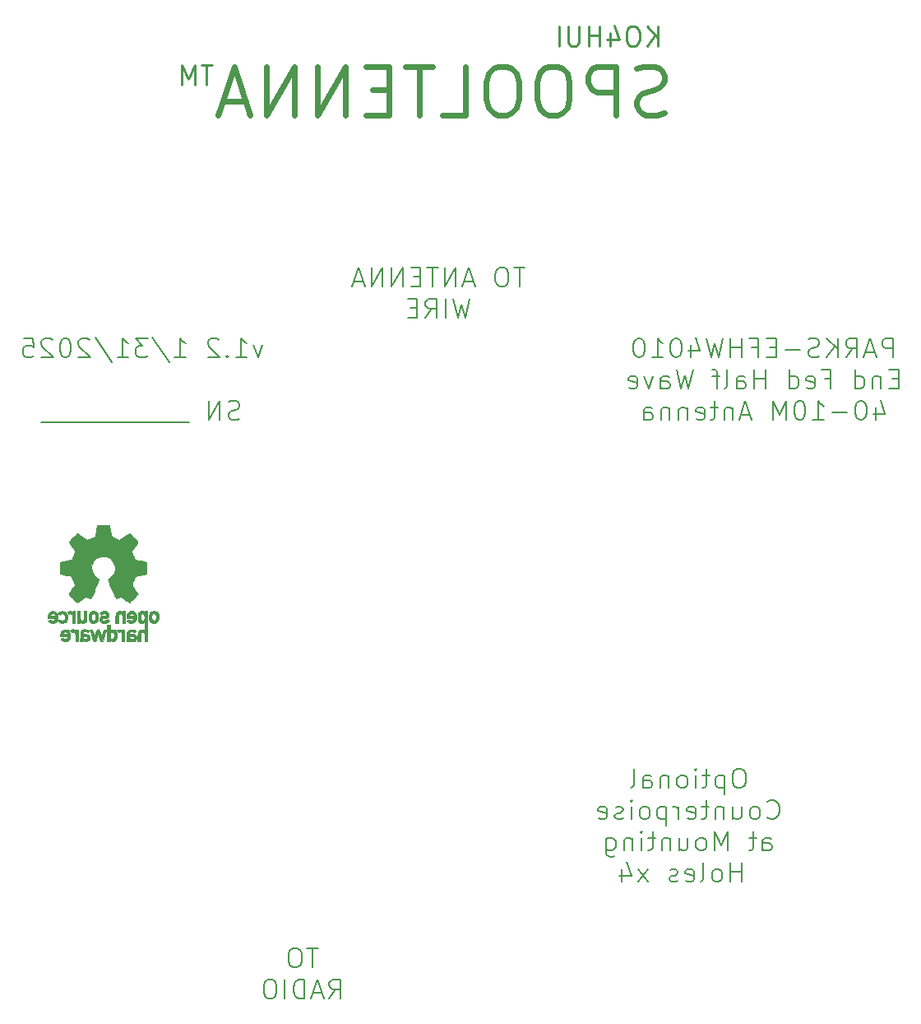
<source format=gbr>
%TF.GenerationSoftware,KiCad,Pcbnew,8.0.6*%
%TF.CreationDate,2025-01-31T16:57:09-05:00*%
%TF.ProjectId,Wire Spool Antenna V1.2,57697265-2053-4706-9f6f-6c20416e7465,rev?*%
%TF.SameCoordinates,Original*%
%TF.FileFunction,Legend,Bot*%
%TF.FilePolarity,Positive*%
%FSLAX46Y46*%
G04 Gerber Fmt 4.6, Leading zero omitted, Abs format (unit mm)*
G04 Created by KiCad (PCBNEW 8.0.6) date 2025-01-31 16:57:09*
%MOMM*%
%LPD*%
G01*
G04 APERTURE LIST*
%ADD10C,0.200000*%
%ADD11C,0.625000*%
%ADD12C,0.250000*%
%ADD13C,0.010000*%
G04 APERTURE END LIST*
D10*
X108404762Y-78024950D02*
X107261905Y-78024950D01*
X107833334Y-80024950D02*
X107833334Y-78024950D01*
X106214286Y-78024950D02*
X105833333Y-78024950D01*
X105833333Y-78024950D02*
X105642857Y-78120188D01*
X105642857Y-78120188D02*
X105452381Y-78310664D01*
X105452381Y-78310664D02*
X105357143Y-78691616D01*
X105357143Y-78691616D02*
X105357143Y-79358283D01*
X105357143Y-79358283D02*
X105452381Y-79739235D01*
X105452381Y-79739235D02*
X105642857Y-79929712D01*
X105642857Y-79929712D02*
X105833333Y-80024950D01*
X105833333Y-80024950D02*
X106214286Y-80024950D01*
X106214286Y-80024950D02*
X106404762Y-79929712D01*
X106404762Y-79929712D02*
X106595238Y-79739235D01*
X106595238Y-79739235D02*
X106690476Y-79358283D01*
X106690476Y-79358283D02*
X106690476Y-78691616D01*
X106690476Y-78691616D02*
X106595238Y-78310664D01*
X106595238Y-78310664D02*
X106404762Y-78120188D01*
X106404762Y-78120188D02*
X106214286Y-78024950D01*
X103071428Y-79453521D02*
X102119047Y-79453521D01*
X103261904Y-80024950D02*
X102595238Y-78024950D01*
X102595238Y-78024950D02*
X101928571Y-80024950D01*
X101261904Y-80024950D02*
X101261904Y-78024950D01*
X101261904Y-78024950D02*
X100119047Y-80024950D01*
X100119047Y-80024950D02*
X100119047Y-78024950D01*
X99452380Y-78024950D02*
X98309523Y-78024950D01*
X98880952Y-80024950D02*
X98880952Y-78024950D01*
X97642856Y-78977331D02*
X96976189Y-78977331D01*
X96690475Y-80024950D02*
X97642856Y-80024950D01*
X97642856Y-80024950D02*
X97642856Y-78024950D01*
X97642856Y-78024950D02*
X96690475Y-78024950D01*
X95833332Y-80024950D02*
X95833332Y-78024950D01*
X95833332Y-78024950D02*
X94690475Y-80024950D01*
X94690475Y-80024950D02*
X94690475Y-78024950D01*
X93738094Y-80024950D02*
X93738094Y-78024950D01*
X93738094Y-78024950D02*
X92595237Y-80024950D01*
X92595237Y-80024950D02*
X92595237Y-78024950D01*
X91738094Y-79453521D02*
X90785713Y-79453521D01*
X91928570Y-80024950D02*
X91261904Y-78024950D01*
X91261904Y-78024950D02*
X90595237Y-80024950D01*
X102738094Y-81244838D02*
X102261904Y-83244838D01*
X102261904Y-83244838D02*
X101880951Y-81816266D01*
X101880951Y-81816266D02*
X101499999Y-83244838D01*
X101499999Y-83244838D02*
X101023809Y-81244838D01*
X100261904Y-83244838D02*
X100261904Y-81244838D01*
X98166666Y-83244838D02*
X98833333Y-82292457D01*
X99309523Y-83244838D02*
X99309523Y-81244838D01*
X99309523Y-81244838D02*
X98547618Y-81244838D01*
X98547618Y-81244838D02*
X98357142Y-81340076D01*
X98357142Y-81340076D02*
X98261904Y-81435314D01*
X98261904Y-81435314D02*
X98166666Y-81625790D01*
X98166666Y-81625790D02*
X98166666Y-81911504D01*
X98166666Y-81911504D02*
X98261904Y-82101980D01*
X98261904Y-82101980D02*
X98357142Y-82197219D01*
X98357142Y-82197219D02*
X98547618Y-82292457D01*
X98547618Y-82292457D02*
X99309523Y-82292457D01*
X97309523Y-82197219D02*
X96642856Y-82197219D01*
X96357142Y-83244838D02*
X97309523Y-83244838D01*
X97309523Y-83244838D02*
X97309523Y-81244838D01*
X97309523Y-81244838D02*
X96357142Y-81244838D01*
X87119047Y-148024950D02*
X85976190Y-148024950D01*
X86547619Y-150024950D02*
X86547619Y-148024950D01*
X84928571Y-148024950D02*
X84547618Y-148024950D01*
X84547618Y-148024950D02*
X84357142Y-148120188D01*
X84357142Y-148120188D02*
X84166666Y-148310664D01*
X84166666Y-148310664D02*
X84071428Y-148691616D01*
X84071428Y-148691616D02*
X84071428Y-149358283D01*
X84071428Y-149358283D02*
X84166666Y-149739235D01*
X84166666Y-149739235D02*
X84357142Y-149929712D01*
X84357142Y-149929712D02*
X84547618Y-150024950D01*
X84547618Y-150024950D02*
X84928571Y-150024950D01*
X84928571Y-150024950D02*
X85119047Y-149929712D01*
X85119047Y-149929712D02*
X85309523Y-149739235D01*
X85309523Y-149739235D02*
X85404761Y-149358283D01*
X85404761Y-149358283D02*
X85404761Y-148691616D01*
X85404761Y-148691616D02*
X85309523Y-148310664D01*
X85309523Y-148310664D02*
X85119047Y-148120188D01*
X85119047Y-148120188D02*
X84928571Y-148024950D01*
X88261904Y-153244838D02*
X88928571Y-152292457D01*
X89404761Y-153244838D02*
X89404761Y-151244838D01*
X89404761Y-151244838D02*
X88642856Y-151244838D01*
X88642856Y-151244838D02*
X88452380Y-151340076D01*
X88452380Y-151340076D02*
X88357142Y-151435314D01*
X88357142Y-151435314D02*
X88261904Y-151625790D01*
X88261904Y-151625790D02*
X88261904Y-151911504D01*
X88261904Y-151911504D02*
X88357142Y-152101980D01*
X88357142Y-152101980D02*
X88452380Y-152197219D01*
X88452380Y-152197219D02*
X88642856Y-152292457D01*
X88642856Y-152292457D02*
X89404761Y-152292457D01*
X87499999Y-152673409D02*
X86547618Y-152673409D01*
X87690475Y-153244838D02*
X87023809Y-151244838D01*
X87023809Y-151244838D02*
X86357142Y-153244838D01*
X85690475Y-153244838D02*
X85690475Y-151244838D01*
X85690475Y-151244838D02*
X85214285Y-151244838D01*
X85214285Y-151244838D02*
X84928570Y-151340076D01*
X84928570Y-151340076D02*
X84738094Y-151530552D01*
X84738094Y-151530552D02*
X84642856Y-151721028D01*
X84642856Y-151721028D02*
X84547618Y-152101980D01*
X84547618Y-152101980D02*
X84547618Y-152387695D01*
X84547618Y-152387695D02*
X84642856Y-152768647D01*
X84642856Y-152768647D02*
X84738094Y-152959123D01*
X84738094Y-152959123D02*
X84928570Y-153149600D01*
X84928570Y-153149600D02*
X85214285Y-153244838D01*
X85214285Y-153244838D02*
X85690475Y-153244838D01*
X83690475Y-153244838D02*
X83690475Y-151244838D01*
X82357142Y-151244838D02*
X81976189Y-151244838D01*
X81976189Y-151244838D02*
X81785713Y-151340076D01*
X81785713Y-151340076D02*
X81595237Y-151530552D01*
X81595237Y-151530552D02*
X81499999Y-151911504D01*
X81499999Y-151911504D02*
X81499999Y-152578171D01*
X81499999Y-152578171D02*
X81595237Y-152959123D01*
X81595237Y-152959123D02*
X81785713Y-153149600D01*
X81785713Y-153149600D02*
X81976189Y-153244838D01*
X81976189Y-153244838D02*
X82357142Y-153244838D01*
X82357142Y-153244838D02*
X82547618Y-153149600D01*
X82547618Y-153149600D02*
X82738094Y-152959123D01*
X82738094Y-152959123D02*
X82833332Y-152578171D01*
X82833332Y-152578171D02*
X82833332Y-151911504D01*
X82833332Y-151911504D02*
X82738094Y-151530552D01*
X82738094Y-151530552D02*
X82547618Y-151340076D01*
X82547618Y-151340076D02*
X82357142Y-151244838D01*
D11*
X122738095Y-62117500D02*
X122023809Y-62355595D01*
X122023809Y-62355595D02*
X120833333Y-62355595D01*
X120833333Y-62355595D02*
X120357142Y-62117500D01*
X120357142Y-62117500D02*
X120119047Y-61879404D01*
X120119047Y-61879404D02*
X119880952Y-61403214D01*
X119880952Y-61403214D02*
X119880952Y-60927023D01*
X119880952Y-60927023D02*
X120119047Y-60450833D01*
X120119047Y-60450833D02*
X120357142Y-60212738D01*
X120357142Y-60212738D02*
X120833333Y-59974642D01*
X120833333Y-59974642D02*
X121785714Y-59736547D01*
X121785714Y-59736547D02*
X122261904Y-59498452D01*
X122261904Y-59498452D02*
X122499999Y-59260357D01*
X122499999Y-59260357D02*
X122738095Y-58784166D01*
X122738095Y-58784166D02*
X122738095Y-58307976D01*
X122738095Y-58307976D02*
X122499999Y-57831785D01*
X122499999Y-57831785D02*
X122261904Y-57593690D01*
X122261904Y-57593690D02*
X121785714Y-57355595D01*
X121785714Y-57355595D02*
X120595237Y-57355595D01*
X120595237Y-57355595D02*
X119880952Y-57593690D01*
X117738094Y-62355595D02*
X117738094Y-57355595D01*
X117738094Y-57355595D02*
X115833332Y-57355595D01*
X115833332Y-57355595D02*
X115357142Y-57593690D01*
X115357142Y-57593690D02*
X115119047Y-57831785D01*
X115119047Y-57831785D02*
X114880951Y-58307976D01*
X114880951Y-58307976D02*
X114880951Y-59022261D01*
X114880951Y-59022261D02*
X115119047Y-59498452D01*
X115119047Y-59498452D02*
X115357142Y-59736547D01*
X115357142Y-59736547D02*
X115833332Y-59974642D01*
X115833332Y-59974642D02*
X117738094Y-59974642D01*
X111785713Y-57355595D02*
X110833332Y-57355595D01*
X110833332Y-57355595D02*
X110357142Y-57593690D01*
X110357142Y-57593690D02*
X109880951Y-58069880D01*
X109880951Y-58069880D02*
X109642856Y-59022261D01*
X109642856Y-59022261D02*
X109642856Y-60688928D01*
X109642856Y-60688928D02*
X109880951Y-61641309D01*
X109880951Y-61641309D02*
X110357142Y-62117500D01*
X110357142Y-62117500D02*
X110833332Y-62355595D01*
X110833332Y-62355595D02*
X111785713Y-62355595D01*
X111785713Y-62355595D02*
X112261904Y-62117500D01*
X112261904Y-62117500D02*
X112738094Y-61641309D01*
X112738094Y-61641309D02*
X112976190Y-60688928D01*
X112976190Y-60688928D02*
X112976190Y-59022261D01*
X112976190Y-59022261D02*
X112738094Y-58069880D01*
X112738094Y-58069880D02*
X112261904Y-57593690D01*
X112261904Y-57593690D02*
X111785713Y-57355595D01*
X106547618Y-57355595D02*
X105595237Y-57355595D01*
X105595237Y-57355595D02*
X105119047Y-57593690D01*
X105119047Y-57593690D02*
X104642856Y-58069880D01*
X104642856Y-58069880D02*
X104404761Y-59022261D01*
X104404761Y-59022261D02*
X104404761Y-60688928D01*
X104404761Y-60688928D02*
X104642856Y-61641309D01*
X104642856Y-61641309D02*
X105119047Y-62117500D01*
X105119047Y-62117500D02*
X105595237Y-62355595D01*
X105595237Y-62355595D02*
X106547618Y-62355595D01*
X106547618Y-62355595D02*
X107023809Y-62117500D01*
X107023809Y-62117500D02*
X107499999Y-61641309D01*
X107499999Y-61641309D02*
X107738095Y-60688928D01*
X107738095Y-60688928D02*
X107738095Y-59022261D01*
X107738095Y-59022261D02*
X107499999Y-58069880D01*
X107499999Y-58069880D02*
X107023809Y-57593690D01*
X107023809Y-57593690D02*
X106547618Y-57355595D01*
X99880952Y-62355595D02*
X102261904Y-62355595D01*
X102261904Y-62355595D02*
X102261904Y-57355595D01*
X98928571Y-57355595D02*
X96071428Y-57355595D01*
X97500000Y-62355595D02*
X97500000Y-57355595D01*
X94404761Y-59736547D02*
X92738095Y-59736547D01*
X92023809Y-62355595D02*
X94404761Y-62355595D01*
X94404761Y-62355595D02*
X94404761Y-57355595D01*
X94404761Y-57355595D02*
X92023809Y-57355595D01*
X89880951Y-62355595D02*
X89880951Y-57355595D01*
X89880951Y-57355595D02*
X87023808Y-62355595D01*
X87023808Y-62355595D02*
X87023808Y-57355595D01*
X84642856Y-62355595D02*
X84642856Y-57355595D01*
X84642856Y-57355595D02*
X81785713Y-62355595D01*
X81785713Y-62355595D02*
X81785713Y-57355595D01*
X79642857Y-60927023D02*
X77261904Y-60927023D01*
X80119047Y-62355595D02*
X78452380Y-57355595D01*
X78452380Y-57355595D02*
X76785714Y-62355595D01*
D12*
X122095237Y-55242238D02*
X122095237Y-53242238D01*
X120952380Y-55242238D02*
X121809523Y-54099380D01*
X120952380Y-53242238D02*
X122095237Y-54385095D01*
X119714285Y-53242238D02*
X119333332Y-53242238D01*
X119333332Y-53242238D02*
X119142856Y-53337476D01*
X119142856Y-53337476D02*
X118952380Y-53527952D01*
X118952380Y-53527952D02*
X118857142Y-53908904D01*
X118857142Y-53908904D02*
X118857142Y-54575571D01*
X118857142Y-54575571D02*
X118952380Y-54956523D01*
X118952380Y-54956523D02*
X119142856Y-55147000D01*
X119142856Y-55147000D02*
X119333332Y-55242238D01*
X119333332Y-55242238D02*
X119714285Y-55242238D01*
X119714285Y-55242238D02*
X119904761Y-55147000D01*
X119904761Y-55147000D02*
X120095237Y-54956523D01*
X120095237Y-54956523D02*
X120190475Y-54575571D01*
X120190475Y-54575571D02*
X120190475Y-53908904D01*
X120190475Y-53908904D02*
X120095237Y-53527952D01*
X120095237Y-53527952D02*
X119904761Y-53337476D01*
X119904761Y-53337476D02*
X119714285Y-53242238D01*
X117142856Y-53908904D02*
X117142856Y-55242238D01*
X117619047Y-53147000D02*
X118095237Y-54575571D01*
X118095237Y-54575571D02*
X116857142Y-54575571D01*
X116095237Y-55242238D02*
X116095237Y-53242238D01*
X116095237Y-54194619D02*
X114952380Y-54194619D01*
X114952380Y-55242238D02*
X114952380Y-53242238D01*
X113999999Y-53242238D02*
X113999999Y-54861285D01*
X113999999Y-54861285D02*
X113904761Y-55051761D01*
X113904761Y-55051761D02*
X113809523Y-55147000D01*
X113809523Y-55147000D02*
X113619047Y-55242238D01*
X113619047Y-55242238D02*
X113238094Y-55242238D01*
X113238094Y-55242238D02*
X113047618Y-55147000D01*
X113047618Y-55147000D02*
X112952380Y-55051761D01*
X112952380Y-55051761D02*
X112857142Y-54861285D01*
X112857142Y-54861285D02*
X112857142Y-53242238D01*
X111904761Y-55242238D02*
X111904761Y-53242238D01*
D10*
X81380952Y-85971728D02*
X80904762Y-87305062D01*
X80904762Y-87305062D02*
X80428571Y-85971728D01*
X78619047Y-87305062D02*
X79761904Y-87305062D01*
X79190476Y-87305062D02*
X79190476Y-85305062D01*
X79190476Y-85305062D02*
X79380952Y-85590776D01*
X79380952Y-85590776D02*
X79571428Y-85781252D01*
X79571428Y-85781252D02*
X79761904Y-85876490D01*
X77761904Y-87114585D02*
X77666666Y-87209824D01*
X77666666Y-87209824D02*
X77761904Y-87305062D01*
X77761904Y-87305062D02*
X77857142Y-87209824D01*
X77857142Y-87209824D02*
X77761904Y-87114585D01*
X77761904Y-87114585D02*
X77761904Y-87305062D01*
X76904761Y-85495538D02*
X76809523Y-85400300D01*
X76809523Y-85400300D02*
X76619047Y-85305062D01*
X76619047Y-85305062D02*
X76142856Y-85305062D01*
X76142856Y-85305062D02*
X75952380Y-85400300D01*
X75952380Y-85400300D02*
X75857142Y-85495538D01*
X75857142Y-85495538D02*
X75761904Y-85686014D01*
X75761904Y-85686014D02*
X75761904Y-85876490D01*
X75761904Y-85876490D02*
X75857142Y-86162204D01*
X75857142Y-86162204D02*
X76999999Y-87305062D01*
X76999999Y-87305062D02*
X75761904Y-87305062D01*
X72333332Y-87305062D02*
X73476189Y-87305062D01*
X72904761Y-87305062D02*
X72904761Y-85305062D01*
X72904761Y-85305062D02*
X73095237Y-85590776D01*
X73095237Y-85590776D02*
X73285713Y-85781252D01*
X73285713Y-85781252D02*
X73476189Y-85876490D01*
X70047618Y-85209824D02*
X71761903Y-87781252D01*
X69571427Y-85305062D02*
X68333332Y-85305062D01*
X68333332Y-85305062D02*
X68999999Y-86066966D01*
X68999999Y-86066966D02*
X68714284Y-86066966D01*
X68714284Y-86066966D02*
X68523808Y-86162204D01*
X68523808Y-86162204D02*
X68428570Y-86257443D01*
X68428570Y-86257443D02*
X68333332Y-86447919D01*
X68333332Y-86447919D02*
X68333332Y-86924109D01*
X68333332Y-86924109D02*
X68428570Y-87114585D01*
X68428570Y-87114585D02*
X68523808Y-87209824D01*
X68523808Y-87209824D02*
X68714284Y-87305062D01*
X68714284Y-87305062D02*
X69285713Y-87305062D01*
X69285713Y-87305062D02*
X69476189Y-87209824D01*
X69476189Y-87209824D02*
X69571427Y-87114585D01*
X66428570Y-87305062D02*
X67571427Y-87305062D01*
X66999999Y-87305062D02*
X66999999Y-85305062D01*
X66999999Y-85305062D02*
X67190475Y-85590776D01*
X67190475Y-85590776D02*
X67380951Y-85781252D01*
X67380951Y-85781252D02*
X67571427Y-85876490D01*
X64142856Y-85209824D02*
X65857141Y-87781252D01*
X63571427Y-85495538D02*
X63476189Y-85400300D01*
X63476189Y-85400300D02*
X63285713Y-85305062D01*
X63285713Y-85305062D02*
X62809522Y-85305062D01*
X62809522Y-85305062D02*
X62619046Y-85400300D01*
X62619046Y-85400300D02*
X62523808Y-85495538D01*
X62523808Y-85495538D02*
X62428570Y-85686014D01*
X62428570Y-85686014D02*
X62428570Y-85876490D01*
X62428570Y-85876490D02*
X62523808Y-86162204D01*
X62523808Y-86162204D02*
X63666665Y-87305062D01*
X63666665Y-87305062D02*
X62428570Y-87305062D01*
X61190475Y-85305062D02*
X60999998Y-85305062D01*
X60999998Y-85305062D02*
X60809522Y-85400300D01*
X60809522Y-85400300D02*
X60714284Y-85495538D01*
X60714284Y-85495538D02*
X60619046Y-85686014D01*
X60619046Y-85686014D02*
X60523808Y-86066966D01*
X60523808Y-86066966D02*
X60523808Y-86543157D01*
X60523808Y-86543157D02*
X60619046Y-86924109D01*
X60619046Y-86924109D02*
X60714284Y-87114585D01*
X60714284Y-87114585D02*
X60809522Y-87209824D01*
X60809522Y-87209824D02*
X60999998Y-87305062D01*
X60999998Y-87305062D02*
X61190475Y-87305062D01*
X61190475Y-87305062D02*
X61380951Y-87209824D01*
X61380951Y-87209824D02*
X61476189Y-87114585D01*
X61476189Y-87114585D02*
X61571427Y-86924109D01*
X61571427Y-86924109D02*
X61666665Y-86543157D01*
X61666665Y-86543157D02*
X61666665Y-86066966D01*
X61666665Y-86066966D02*
X61571427Y-85686014D01*
X61571427Y-85686014D02*
X61476189Y-85495538D01*
X61476189Y-85495538D02*
X61380951Y-85400300D01*
X61380951Y-85400300D02*
X61190475Y-85305062D01*
X59761903Y-85495538D02*
X59666665Y-85400300D01*
X59666665Y-85400300D02*
X59476189Y-85305062D01*
X59476189Y-85305062D02*
X58999998Y-85305062D01*
X58999998Y-85305062D02*
X58809522Y-85400300D01*
X58809522Y-85400300D02*
X58714284Y-85495538D01*
X58714284Y-85495538D02*
X58619046Y-85686014D01*
X58619046Y-85686014D02*
X58619046Y-85876490D01*
X58619046Y-85876490D02*
X58714284Y-86162204D01*
X58714284Y-86162204D02*
X59857141Y-87305062D01*
X59857141Y-87305062D02*
X58619046Y-87305062D01*
X56809522Y-85305062D02*
X57761903Y-85305062D01*
X57761903Y-85305062D02*
X57857141Y-86257443D01*
X57857141Y-86257443D02*
X57761903Y-86162204D01*
X57761903Y-86162204D02*
X57571427Y-86066966D01*
X57571427Y-86066966D02*
X57095236Y-86066966D01*
X57095236Y-86066966D02*
X56904760Y-86162204D01*
X56904760Y-86162204D02*
X56809522Y-86257443D01*
X56809522Y-86257443D02*
X56714284Y-86447919D01*
X56714284Y-86447919D02*
X56714284Y-86924109D01*
X56714284Y-86924109D02*
X56809522Y-87114585D01*
X56809522Y-87114585D02*
X56904760Y-87209824D01*
X56904760Y-87209824D02*
X57095236Y-87305062D01*
X57095236Y-87305062D02*
X57571427Y-87305062D01*
X57571427Y-87305062D02*
X57761903Y-87209824D01*
X57761903Y-87209824D02*
X57857141Y-87114585D01*
X79000002Y-93649600D02*
X78714288Y-93744838D01*
X78714288Y-93744838D02*
X78238097Y-93744838D01*
X78238097Y-93744838D02*
X78047621Y-93649600D01*
X78047621Y-93649600D02*
X77952383Y-93554361D01*
X77952383Y-93554361D02*
X77857145Y-93363885D01*
X77857145Y-93363885D02*
X77857145Y-93173409D01*
X77857145Y-93173409D02*
X77952383Y-92982933D01*
X77952383Y-92982933D02*
X78047621Y-92887695D01*
X78047621Y-92887695D02*
X78238097Y-92792457D01*
X78238097Y-92792457D02*
X78619050Y-92697219D01*
X78619050Y-92697219D02*
X78809526Y-92601980D01*
X78809526Y-92601980D02*
X78904764Y-92506742D01*
X78904764Y-92506742D02*
X79000002Y-92316266D01*
X79000002Y-92316266D02*
X79000002Y-92125790D01*
X79000002Y-92125790D02*
X78904764Y-91935314D01*
X78904764Y-91935314D02*
X78809526Y-91840076D01*
X78809526Y-91840076D02*
X78619050Y-91744838D01*
X78619050Y-91744838D02*
X78142859Y-91744838D01*
X78142859Y-91744838D02*
X77857145Y-91840076D01*
X77000002Y-93744838D02*
X77000002Y-91744838D01*
X77000002Y-91744838D02*
X75857145Y-93744838D01*
X75857145Y-93744838D02*
X75857145Y-91744838D01*
X73857145Y-93935314D02*
X72333335Y-93935314D01*
X72333335Y-93935314D02*
X70809525Y-93935314D01*
X70809525Y-93935314D02*
X69285715Y-93935314D01*
X69285715Y-93935314D02*
X67761905Y-93935314D01*
X67761905Y-93935314D02*
X66238095Y-93935314D01*
X66238095Y-93935314D02*
X64714285Y-93935314D01*
X64714285Y-93935314D02*
X63190475Y-93935314D01*
X63190475Y-93935314D02*
X61666665Y-93935314D01*
X61666665Y-93935314D02*
X60142855Y-93935314D01*
X60142855Y-93935314D02*
X58619045Y-93935314D01*
D12*
X76214285Y-57242238D02*
X75071428Y-57242238D01*
X75642857Y-59242238D02*
X75642857Y-57242238D01*
X74404761Y-59242238D02*
X74404761Y-57242238D01*
X74404761Y-57242238D02*
X73738094Y-58670809D01*
X73738094Y-58670809D02*
X73071428Y-57242238D01*
X73071428Y-57242238D02*
X73071428Y-59242238D01*
D10*
X130642857Y-129585174D02*
X130261904Y-129585174D01*
X130261904Y-129585174D02*
X130071428Y-129680412D01*
X130071428Y-129680412D02*
X129880952Y-129870888D01*
X129880952Y-129870888D02*
X129785714Y-130251840D01*
X129785714Y-130251840D02*
X129785714Y-130918507D01*
X129785714Y-130918507D02*
X129880952Y-131299459D01*
X129880952Y-131299459D02*
X130071428Y-131489936D01*
X130071428Y-131489936D02*
X130261904Y-131585174D01*
X130261904Y-131585174D02*
X130642857Y-131585174D01*
X130642857Y-131585174D02*
X130833333Y-131489936D01*
X130833333Y-131489936D02*
X131023809Y-131299459D01*
X131023809Y-131299459D02*
X131119047Y-130918507D01*
X131119047Y-130918507D02*
X131119047Y-130251840D01*
X131119047Y-130251840D02*
X131023809Y-129870888D01*
X131023809Y-129870888D02*
X130833333Y-129680412D01*
X130833333Y-129680412D02*
X130642857Y-129585174D01*
X128928571Y-130251840D02*
X128928571Y-132251840D01*
X128928571Y-130347078D02*
X128738095Y-130251840D01*
X128738095Y-130251840D02*
X128357142Y-130251840D01*
X128357142Y-130251840D02*
X128166666Y-130347078D01*
X128166666Y-130347078D02*
X128071428Y-130442316D01*
X128071428Y-130442316D02*
X127976190Y-130632793D01*
X127976190Y-130632793D02*
X127976190Y-131204221D01*
X127976190Y-131204221D02*
X128071428Y-131394697D01*
X128071428Y-131394697D02*
X128166666Y-131489936D01*
X128166666Y-131489936D02*
X128357142Y-131585174D01*
X128357142Y-131585174D02*
X128738095Y-131585174D01*
X128738095Y-131585174D02*
X128928571Y-131489936D01*
X127404761Y-130251840D02*
X126642857Y-130251840D01*
X127119047Y-129585174D02*
X127119047Y-131299459D01*
X127119047Y-131299459D02*
X127023809Y-131489936D01*
X127023809Y-131489936D02*
X126833333Y-131585174D01*
X126833333Y-131585174D02*
X126642857Y-131585174D01*
X125976190Y-131585174D02*
X125976190Y-130251840D01*
X125976190Y-129585174D02*
X126071428Y-129680412D01*
X126071428Y-129680412D02*
X125976190Y-129775650D01*
X125976190Y-129775650D02*
X125880952Y-129680412D01*
X125880952Y-129680412D02*
X125976190Y-129585174D01*
X125976190Y-129585174D02*
X125976190Y-129775650D01*
X124738095Y-131585174D02*
X124928571Y-131489936D01*
X124928571Y-131489936D02*
X125023809Y-131394697D01*
X125023809Y-131394697D02*
X125119047Y-131204221D01*
X125119047Y-131204221D02*
X125119047Y-130632793D01*
X125119047Y-130632793D02*
X125023809Y-130442316D01*
X125023809Y-130442316D02*
X124928571Y-130347078D01*
X124928571Y-130347078D02*
X124738095Y-130251840D01*
X124738095Y-130251840D02*
X124452380Y-130251840D01*
X124452380Y-130251840D02*
X124261904Y-130347078D01*
X124261904Y-130347078D02*
X124166666Y-130442316D01*
X124166666Y-130442316D02*
X124071428Y-130632793D01*
X124071428Y-130632793D02*
X124071428Y-131204221D01*
X124071428Y-131204221D02*
X124166666Y-131394697D01*
X124166666Y-131394697D02*
X124261904Y-131489936D01*
X124261904Y-131489936D02*
X124452380Y-131585174D01*
X124452380Y-131585174D02*
X124738095Y-131585174D01*
X123214285Y-130251840D02*
X123214285Y-131585174D01*
X123214285Y-130442316D02*
X123119047Y-130347078D01*
X123119047Y-130347078D02*
X122928571Y-130251840D01*
X122928571Y-130251840D02*
X122642856Y-130251840D01*
X122642856Y-130251840D02*
X122452380Y-130347078D01*
X122452380Y-130347078D02*
X122357142Y-130537555D01*
X122357142Y-130537555D02*
X122357142Y-131585174D01*
X120547618Y-131585174D02*
X120547618Y-130537555D01*
X120547618Y-130537555D02*
X120642856Y-130347078D01*
X120642856Y-130347078D02*
X120833332Y-130251840D01*
X120833332Y-130251840D02*
X121214285Y-130251840D01*
X121214285Y-130251840D02*
X121404761Y-130347078D01*
X120547618Y-131489936D02*
X120738094Y-131585174D01*
X120738094Y-131585174D02*
X121214285Y-131585174D01*
X121214285Y-131585174D02*
X121404761Y-131489936D01*
X121404761Y-131489936D02*
X121499999Y-131299459D01*
X121499999Y-131299459D02*
X121499999Y-131108983D01*
X121499999Y-131108983D02*
X121404761Y-130918507D01*
X121404761Y-130918507D02*
X121214285Y-130823269D01*
X121214285Y-130823269D02*
X120738094Y-130823269D01*
X120738094Y-130823269D02*
X120547618Y-130728031D01*
X119309523Y-131585174D02*
X119499999Y-131489936D01*
X119499999Y-131489936D02*
X119595237Y-131299459D01*
X119595237Y-131299459D02*
X119595237Y-129585174D01*
X133357143Y-134614585D02*
X133452381Y-134709824D01*
X133452381Y-134709824D02*
X133738095Y-134805062D01*
X133738095Y-134805062D02*
X133928571Y-134805062D01*
X133928571Y-134805062D02*
X134214286Y-134709824D01*
X134214286Y-134709824D02*
X134404762Y-134519347D01*
X134404762Y-134519347D02*
X134500000Y-134328871D01*
X134500000Y-134328871D02*
X134595238Y-133947919D01*
X134595238Y-133947919D02*
X134595238Y-133662204D01*
X134595238Y-133662204D02*
X134500000Y-133281252D01*
X134500000Y-133281252D02*
X134404762Y-133090776D01*
X134404762Y-133090776D02*
X134214286Y-132900300D01*
X134214286Y-132900300D02*
X133928571Y-132805062D01*
X133928571Y-132805062D02*
X133738095Y-132805062D01*
X133738095Y-132805062D02*
X133452381Y-132900300D01*
X133452381Y-132900300D02*
X133357143Y-132995538D01*
X132214286Y-134805062D02*
X132404762Y-134709824D01*
X132404762Y-134709824D02*
X132500000Y-134614585D01*
X132500000Y-134614585D02*
X132595238Y-134424109D01*
X132595238Y-134424109D02*
X132595238Y-133852681D01*
X132595238Y-133852681D02*
X132500000Y-133662204D01*
X132500000Y-133662204D02*
X132404762Y-133566966D01*
X132404762Y-133566966D02*
X132214286Y-133471728D01*
X132214286Y-133471728D02*
X131928571Y-133471728D01*
X131928571Y-133471728D02*
X131738095Y-133566966D01*
X131738095Y-133566966D02*
X131642857Y-133662204D01*
X131642857Y-133662204D02*
X131547619Y-133852681D01*
X131547619Y-133852681D02*
X131547619Y-134424109D01*
X131547619Y-134424109D02*
X131642857Y-134614585D01*
X131642857Y-134614585D02*
X131738095Y-134709824D01*
X131738095Y-134709824D02*
X131928571Y-134805062D01*
X131928571Y-134805062D02*
X132214286Y-134805062D01*
X129833333Y-133471728D02*
X129833333Y-134805062D01*
X130690476Y-133471728D02*
X130690476Y-134519347D01*
X130690476Y-134519347D02*
X130595238Y-134709824D01*
X130595238Y-134709824D02*
X130404762Y-134805062D01*
X130404762Y-134805062D02*
X130119047Y-134805062D01*
X130119047Y-134805062D02*
X129928571Y-134709824D01*
X129928571Y-134709824D02*
X129833333Y-134614585D01*
X128880952Y-133471728D02*
X128880952Y-134805062D01*
X128880952Y-133662204D02*
X128785714Y-133566966D01*
X128785714Y-133566966D02*
X128595238Y-133471728D01*
X128595238Y-133471728D02*
X128309523Y-133471728D01*
X128309523Y-133471728D02*
X128119047Y-133566966D01*
X128119047Y-133566966D02*
X128023809Y-133757443D01*
X128023809Y-133757443D02*
X128023809Y-134805062D01*
X127357142Y-133471728D02*
X126595238Y-133471728D01*
X127071428Y-132805062D02*
X127071428Y-134519347D01*
X127071428Y-134519347D02*
X126976190Y-134709824D01*
X126976190Y-134709824D02*
X126785714Y-134805062D01*
X126785714Y-134805062D02*
X126595238Y-134805062D01*
X125166666Y-134709824D02*
X125357142Y-134805062D01*
X125357142Y-134805062D02*
X125738095Y-134805062D01*
X125738095Y-134805062D02*
X125928571Y-134709824D01*
X125928571Y-134709824D02*
X126023809Y-134519347D01*
X126023809Y-134519347D02*
X126023809Y-133757443D01*
X126023809Y-133757443D02*
X125928571Y-133566966D01*
X125928571Y-133566966D02*
X125738095Y-133471728D01*
X125738095Y-133471728D02*
X125357142Y-133471728D01*
X125357142Y-133471728D02*
X125166666Y-133566966D01*
X125166666Y-133566966D02*
X125071428Y-133757443D01*
X125071428Y-133757443D02*
X125071428Y-133947919D01*
X125071428Y-133947919D02*
X126023809Y-134138395D01*
X124214285Y-134805062D02*
X124214285Y-133471728D01*
X124214285Y-133852681D02*
X124119047Y-133662204D01*
X124119047Y-133662204D02*
X124023809Y-133566966D01*
X124023809Y-133566966D02*
X123833333Y-133471728D01*
X123833333Y-133471728D02*
X123642856Y-133471728D01*
X122976190Y-133471728D02*
X122976190Y-135471728D01*
X122976190Y-133566966D02*
X122785714Y-133471728D01*
X122785714Y-133471728D02*
X122404761Y-133471728D01*
X122404761Y-133471728D02*
X122214285Y-133566966D01*
X122214285Y-133566966D02*
X122119047Y-133662204D01*
X122119047Y-133662204D02*
X122023809Y-133852681D01*
X122023809Y-133852681D02*
X122023809Y-134424109D01*
X122023809Y-134424109D02*
X122119047Y-134614585D01*
X122119047Y-134614585D02*
X122214285Y-134709824D01*
X122214285Y-134709824D02*
X122404761Y-134805062D01*
X122404761Y-134805062D02*
X122785714Y-134805062D01*
X122785714Y-134805062D02*
X122976190Y-134709824D01*
X120880952Y-134805062D02*
X121071428Y-134709824D01*
X121071428Y-134709824D02*
X121166666Y-134614585D01*
X121166666Y-134614585D02*
X121261904Y-134424109D01*
X121261904Y-134424109D02*
X121261904Y-133852681D01*
X121261904Y-133852681D02*
X121166666Y-133662204D01*
X121166666Y-133662204D02*
X121071428Y-133566966D01*
X121071428Y-133566966D02*
X120880952Y-133471728D01*
X120880952Y-133471728D02*
X120595237Y-133471728D01*
X120595237Y-133471728D02*
X120404761Y-133566966D01*
X120404761Y-133566966D02*
X120309523Y-133662204D01*
X120309523Y-133662204D02*
X120214285Y-133852681D01*
X120214285Y-133852681D02*
X120214285Y-134424109D01*
X120214285Y-134424109D02*
X120309523Y-134614585D01*
X120309523Y-134614585D02*
X120404761Y-134709824D01*
X120404761Y-134709824D02*
X120595237Y-134805062D01*
X120595237Y-134805062D02*
X120880952Y-134805062D01*
X119357142Y-134805062D02*
X119357142Y-133471728D01*
X119357142Y-132805062D02*
X119452380Y-132900300D01*
X119452380Y-132900300D02*
X119357142Y-132995538D01*
X119357142Y-132995538D02*
X119261904Y-132900300D01*
X119261904Y-132900300D02*
X119357142Y-132805062D01*
X119357142Y-132805062D02*
X119357142Y-132995538D01*
X118499999Y-134709824D02*
X118309523Y-134805062D01*
X118309523Y-134805062D02*
X117928571Y-134805062D01*
X117928571Y-134805062D02*
X117738094Y-134709824D01*
X117738094Y-134709824D02*
X117642856Y-134519347D01*
X117642856Y-134519347D02*
X117642856Y-134424109D01*
X117642856Y-134424109D02*
X117738094Y-134233633D01*
X117738094Y-134233633D02*
X117928571Y-134138395D01*
X117928571Y-134138395D02*
X118214285Y-134138395D01*
X118214285Y-134138395D02*
X118404761Y-134043157D01*
X118404761Y-134043157D02*
X118499999Y-133852681D01*
X118499999Y-133852681D02*
X118499999Y-133757443D01*
X118499999Y-133757443D02*
X118404761Y-133566966D01*
X118404761Y-133566966D02*
X118214285Y-133471728D01*
X118214285Y-133471728D02*
X117928571Y-133471728D01*
X117928571Y-133471728D02*
X117738094Y-133566966D01*
X116023808Y-134709824D02*
X116214284Y-134805062D01*
X116214284Y-134805062D02*
X116595237Y-134805062D01*
X116595237Y-134805062D02*
X116785713Y-134709824D01*
X116785713Y-134709824D02*
X116880951Y-134519347D01*
X116880951Y-134519347D02*
X116880951Y-133757443D01*
X116880951Y-133757443D02*
X116785713Y-133566966D01*
X116785713Y-133566966D02*
X116595237Y-133471728D01*
X116595237Y-133471728D02*
X116214284Y-133471728D01*
X116214284Y-133471728D02*
X116023808Y-133566966D01*
X116023808Y-133566966D02*
X115928570Y-133757443D01*
X115928570Y-133757443D02*
X115928570Y-133947919D01*
X115928570Y-133947919D02*
X116880951Y-134138395D01*
X132880952Y-138024950D02*
X132880952Y-136977331D01*
X132880952Y-136977331D02*
X132976190Y-136786854D01*
X132976190Y-136786854D02*
X133166666Y-136691616D01*
X133166666Y-136691616D02*
X133547619Y-136691616D01*
X133547619Y-136691616D02*
X133738095Y-136786854D01*
X132880952Y-137929712D02*
X133071428Y-138024950D01*
X133071428Y-138024950D02*
X133547619Y-138024950D01*
X133547619Y-138024950D02*
X133738095Y-137929712D01*
X133738095Y-137929712D02*
X133833333Y-137739235D01*
X133833333Y-137739235D02*
X133833333Y-137548759D01*
X133833333Y-137548759D02*
X133738095Y-137358283D01*
X133738095Y-137358283D02*
X133547619Y-137263045D01*
X133547619Y-137263045D02*
X133071428Y-137263045D01*
X133071428Y-137263045D02*
X132880952Y-137167807D01*
X132214285Y-136691616D02*
X131452381Y-136691616D01*
X131928571Y-136024950D02*
X131928571Y-137739235D01*
X131928571Y-137739235D02*
X131833333Y-137929712D01*
X131833333Y-137929712D02*
X131642857Y-138024950D01*
X131642857Y-138024950D02*
X131452381Y-138024950D01*
X129261904Y-138024950D02*
X129261904Y-136024950D01*
X129261904Y-136024950D02*
X128595237Y-137453521D01*
X128595237Y-137453521D02*
X127928571Y-136024950D01*
X127928571Y-136024950D02*
X127928571Y-138024950D01*
X126690476Y-138024950D02*
X126880952Y-137929712D01*
X126880952Y-137929712D02*
X126976190Y-137834473D01*
X126976190Y-137834473D02*
X127071428Y-137643997D01*
X127071428Y-137643997D02*
X127071428Y-137072569D01*
X127071428Y-137072569D02*
X126976190Y-136882092D01*
X126976190Y-136882092D02*
X126880952Y-136786854D01*
X126880952Y-136786854D02*
X126690476Y-136691616D01*
X126690476Y-136691616D02*
X126404761Y-136691616D01*
X126404761Y-136691616D02*
X126214285Y-136786854D01*
X126214285Y-136786854D02*
X126119047Y-136882092D01*
X126119047Y-136882092D02*
X126023809Y-137072569D01*
X126023809Y-137072569D02*
X126023809Y-137643997D01*
X126023809Y-137643997D02*
X126119047Y-137834473D01*
X126119047Y-137834473D02*
X126214285Y-137929712D01*
X126214285Y-137929712D02*
X126404761Y-138024950D01*
X126404761Y-138024950D02*
X126690476Y-138024950D01*
X124309523Y-136691616D02*
X124309523Y-138024950D01*
X125166666Y-136691616D02*
X125166666Y-137739235D01*
X125166666Y-137739235D02*
X125071428Y-137929712D01*
X125071428Y-137929712D02*
X124880952Y-138024950D01*
X124880952Y-138024950D02*
X124595237Y-138024950D01*
X124595237Y-138024950D02*
X124404761Y-137929712D01*
X124404761Y-137929712D02*
X124309523Y-137834473D01*
X123357142Y-136691616D02*
X123357142Y-138024950D01*
X123357142Y-136882092D02*
X123261904Y-136786854D01*
X123261904Y-136786854D02*
X123071428Y-136691616D01*
X123071428Y-136691616D02*
X122785713Y-136691616D01*
X122785713Y-136691616D02*
X122595237Y-136786854D01*
X122595237Y-136786854D02*
X122499999Y-136977331D01*
X122499999Y-136977331D02*
X122499999Y-138024950D01*
X121833332Y-136691616D02*
X121071428Y-136691616D01*
X121547618Y-136024950D02*
X121547618Y-137739235D01*
X121547618Y-137739235D02*
X121452380Y-137929712D01*
X121452380Y-137929712D02*
X121261904Y-138024950D01*
X121261904Y-138024950D02*
X121071428Y-138024950D01*
X120404761Y-138024950D02*
X120404761Y-136691616D01*
X120404761Y-136024950D02*
X120499999Y-136120188D01*
X120499999Y-136120188D02*
X120404761Y-136215426D01*
X120404761Y-136215426D02*
X120309523Y-136120188D01*
X120309523Y-136120188D02*
X120404761Y-136024950D01*
X120404761Y-136024950D02*
X120404761Y-136215426D01*
X119452380Y-136691616D02*
X119452380Y-138024950D01*
X119452380Y-136882092D02*
X119357142Y-136786854D01*
X119357142Y-136786854D02*
X119166666Y-136691616D01*
X119166666Y-136691616D02*
X118880951Y-136691616D01*
X118880951Y-136691616D02*
X118690475Y-136786854D01*
X118690475Y-136786854D02*
X118595237Y-136977331D01*
X118595237Y-136977331D02*
X118595237Y-138024950D01*
X116785713Y-136691616D02*
X116785713Y-138310664D01*
X116785713Y-138310664D02*
X116880951Y-138501140D01*
X116880951Y-138501140D02*
X116976189Y-138596378D01*
X116976189Y-138596378D02*
X117166666Y-138691616D01*
X117166666Y-138691616D02*
X117452380Y-138691616D01*
X117452380Y-138691616D02*
X117642856Y-138596378D01*
X116785713Y-137929712D02*
X116976189Y-138024950D01*
X116976189Y-138024950D02*
X117357142Y-138024950D01*
X117357142Y-138024950D02*
X117547618Y-137929712D01*
X117547618Y-137929712D02*
X117642856Y-137834473D01*
X117642856Y-137834473D02*
X117738094Y-137643997D01*
X117738094Y-137643997D02*
X117738094Y-137072569D01*
X117738094Y-137072569D02*
X117642856Y-136882092D01*
X117642856Y-136882092D02*
X117547618Y-136786854D01*
X117547618Y-136786854D02*
X117357142Y-136691616D01*
X117357142Y-136691616D02*
X116976189Y-136691616D01*
X116976189Y-136691616D02*
X116785713Y-136786854D01*
X130690476Y-141244838D02*
X130690476Y-139244838D01*
X130690476Y-140197219D02*
X129547619Y-140197219D01*
X129547619Y-141244838D02*
X129547619Y-139244838D01*
X128309524Y-141244838D02*
X128500000Y-141149600D01*
X128500000Y-141149600D02*
X128595238Y-141054361D01*
X128595238Y-141054361D02*
X128690476Y-140863885D01*
X128690476Y-140863885D02*
X128690476Y-140292457D01*
X128690476Y-140292457D02*
X128595238Y-140101980D01*
X128595238Y-140101980D02*
X128500000Y-140006742D01*
X128500000Y-140006742D02*
X128309524Y-139911504D01*
X128309524Y-139911504D02*
X128023809Y-139911504D01*
X128023809Y-139911504D02*
X127833333Y-140006742D01*
X127833333Y-140006742D02*
X127738095Y-140101980D01*
X127738095Y-140101980D02*
X127642857Y-140292457D01*
X127642857Y-140292457D02*
X127642857Y-140863885D01*
X127642857Y-140863885D02*
X127738095Y-141054361D01*
X127738095Y-141054361D02*
X127833333Y-141149600D01*
X127833333Y-141149600D02*
X128023809Y-141244838D01*
X128023809Y-141244838D02*
X128309524Y-141244838D01*
X126500000Y-141244838D02*
X126690476Y-141149600D01*
X126690476Y-141149600D02*
X126785714Y-140959123D01*
X126785714Y-140959123D02*
X126785714Y-139244838D01*
X124976190Y-141149600D02*
X125166666Y-141244838D01*
X125166666Y-141244838D02*
X125547619Y-141244838D01*
X125547619Y-141244838D02*
X125738095Y-141149600D01*
X125738095Y-141149600D02*
X125833333Y-140959123D01*
X125833333Y-140959123D02*
X125833333Y-140197219D01*
X125833333Y-140197219D02*
X125738095Y-140006742D01*
X125738095Y-140006742D02*
X125547619Y-139911504D01*
X125547619Y-139911504D02*
X125166666Y-139911504D01*
X125166666Y-139911504D02*
X124976190Y-140006742D01*
X124976190Y-140006742D02*
X124880952Y-140197219D01*
X124880952Y-140197219D02*
X124880952Y-140387695D01*
X124880952Y-140387695D02*
X125833333Y-140578171D01*
X124119047Y-141149600D02*
X123928571Y-141244838D01*
X123928571Y-141244838D02*
X123547619Y-141244838D01*
X123547619Y-141244838D02*
X123357142Y-141149600D01*
X123357142Y-141149600D02*
X123261904Y-140959123D01*
X123261904Y-140959123D02*
X123261904Y-140863885D01*
X123261904Y-140863885D02*
X123357142Y-140673409D01*
X123357142Y-140673409D02*
X123547619Y-140578171D01*
X123547619Y-140578171D02*
X123833333Y-140578171D01*
X123833333Y-140578171D02*
X124023809Y-140482933D01*
X124023809Y-140482933D02*
X124119047Y-140292457D01*
X124119047Y-140292457D02*
X124119047Y-140197219D01*
X124119047Y-140197219D02*
X124023809Y-140006742D01*
X124023809Y-140006742D02*
X123833333Y-139911504D01*
X123833333Y-139911504D02*
X123547619Y-139911504D01*
X123547619Y-139911504D02*
X123357142Y-140006742D01*
X121071427Y-141244838D02*
X120023808Y-139911504D01*
X121071427Y-139911504D02*
X120023808Y-141244838D01*
X118404760Y-139911504D02*
X118404760Y-141244838D01*
X118880951Y-139149600D02*
X119357141Y-140578171D01*
X119357141Y-140578171D02*
X118119046Y-140578171D01*
X146333333Y-87305062D02*
X146333333Y-85305062D01*
X146333333Y-85305062D02*
X145571428Y-85305062D01*
X145571428Y-85305062D02*
X145380952Y-85400300D01*
X145380952Y-85400300D02*
X145285714Y-85495538D01*
X145285714Y-85495538D02*
X145190476Y-85686014D01*
X145190476Y-85686014D02*
X145190476Y-85971728D01*
X145190476Y-85971728D02*
X145285714Y-86162204D01*
X145285714Y-86162204D02*
X145380952Y-86257443D01*
X145380952Y-86257443D02*
X145571428Y-86352681D01*
X145571428Y-86352681D02*
X146333333Y-86352681D01*
X144428571Y-86733633D02*
X143476190Y-86733633D01*
X144619047Y-87305062D02*
X143952381Y-85305062D01*
X143952381Y-85305062D02*
X143285714Y-87305062D01*
X141476190Y-87305062D02*
X142142857Y-86352681D01*
X142619047Y-87305062D02*
X142619047Y-85305062D01*
X142619047Y-85305062D02*
X141857142Y-85305062D01*
X141857142Y-85305062D02*
X141666666Y-85400300D01*
X141666666Y-85400300D02*
X141571428Y-85495538D01*
X141571428Y-85495538D02*
X141476190Y-85686014D01*
X141476190Y-85686014D02*
X141476190Y-85971728D01*
X141476190Y-85971728D02*
X141571428Y-86162204D01*
X141571428Y-86162204D02*
X141666666Y-86257443D01*
X141666666Y-86257443D02*
X141857142Y-86352681D01*
X141857142Y-86352681D02*
X142619047Y-86352681D01*
X140619047Y-87305062D02*
X140619047Y-85305062D01*
X139476190Y-87305062D02*
X140333333Y-86162204D01*
X139476190Y-85305062D02*
X140619047Y-86447919D01*
X138714285Y-87209824D02*
X138428571Y-87305062D01*
X138428571Y-87305062D02*
X137952380Y-87305062D01*
X137952380Y-87305062D02*
X137761904Y-87209824D01*
X137761904Y-87209824D02*
X137666666Y-87114585D01*
X137666666Y-87114585D02*
X137571428Y-86924109D01*
X137571428Y-86924109D02*
X137571428Y-86733633D01*
X137571428Y-86733633D02*
X137666666Y-86543157D01*
X137666666Y-86543157D02*
X137761904Y-86447919D01*
X137761904Y-86447919D02*
X137952380Y-86352681D01*
X137952380Y-86352681D02*
X138333333Y-86257443D01*
X138333333Y-86257443D02*
X138523809Y-86162204D01*
X138523809Y-86162204D02*
X138619047Y-86066966D01*
X138619047Y-86066966D02*
X138714285Y-85876490D01*
X138714285Y-85876490D02*
X138714285Y-85686014D01*
X138714285Y-85686014D02*
X138619047Y-85495538D01*
X138619047Y-85495538D02*
X138523809Y-85400300D01*
X138523809Y-85400300D02*
X138333333Y-85305062D01*
X138333333Y-85305062D02*
X137857142Y-85305062D01*
X137857142Y-85305062D02*
X137571428Y-85400300D01*
X136714285Y-86543157D02*
X135190476Y-86543157D01*
X134238095Y-86257443D02*
X133571428Y-86257443D01*
X133285714Y-87305062D02*
X134238095Y-87305062D01*
X134238095Y-87305062D02*
X134238095Y-85305062D01*
X134238095Y-85305062D02*
X133285714Y-85305062D01*
X131761904Y-86257443D02*
X132428571Y-86257443D01*
X132428571Y-87305062D02*
X132428571Y-85305062D01*
X132428571Y-85305062D02*
X131476190Y-85305062D01*
X130714285Y-87305062D02*
X130714285Y-85305062D01*
X130714285Y-86257443D02*
X129571428Y-86257443D01*
X129571428Y-87305062D02*
X129571428Y-85305062D01*
X128809523Y-85305062D02*
X128333333Y-87305062D01*
X128333333Y-87305062D02*
X127952380Y-85876490D01*
X127952380Y-85876490D02*
X127571428Y-87305062D01*
X127571428Y-87305062D02*
X127095238Y-85305062D01*
X125476190Y-85971728D02*
X125476190Y-87305062D01*
X125952381Y-85209824D02*
X126428571Y-86638395D01*
X126428571Y-86638395D02*
X125190476Y-86638395D01*
X124047619Y-85305062D02*
X123857142Y-85305062D01*
X123857142Y-85305062D02*
X123666666Y-85400300D01*
X123666666Y-85400300D02*
X123571428Y-85495538D01*
X123571428Y-85495538D02*
X123476190Y-85686014D01*
X123476190Y-85686014D02*
X123380952Y-86066966D01*
X123380952Y-86066966D02*
X123380952Y-86543157D01*
X123380952Y-86543157D02*
X123476190Y-86924109D01*
X123476190Y-86924109D02*
X123571428Y-87114585D01*
X123571428Y-87114585D02*
X123666666Y-87209824D01*
X123666666Y-87209824D02*
X123857142Y-87305062D01*
X123857142Y-87305062D02*
X124047619Y-87305062D01*
X124047619Y-87305062D02*
X124238095Y-87209824D01*
X124238095Y-87209824D02*
X124333333Y-87114585D01*
X124333333Y-87114585D02*
X124428571Y-86924109D01*
X124428571Y-86924109D02*
X124523809Y-86543157D01*
X124523809Y-86543157D02*
X124523809Y-86066966D01*
X124523809Y-86066966D02*
X124428571Y-85686014D01*
X124428571Y-85686014D02*
X124333333Y-85495538D01*
X124333333Y-85495538D02*
X124238095Y-85400300D01*
X124238095Y-85400300D02*
X124047619Y-85305062D01*
X121476190Y-87305062D02*
X122619047Y-87305062D01*
X122047619Y-87305062D02*
X122047619Y-85305062D01*
X122047619Y-85305062D02*
X122238095Y-85590776D01*
X122238095Y-85590776D02*
X122428571Y-85781252D01*
X122428571Y-85781252D02*
X122619047Y-85876490D01*
X120238095Y-85305062D02*
X120047618Y-85305062D01*
X120047618Y-85305062D02*
X119857142Y-85400300D01*
X119857142Y-85400300D02*
X119761904Y-85495538D01*
X119761904Y-85495538D02*
X119666666Y-85686014D01*
X119666666Y-85686014D02*
X119571428Y-86066966D01*
X119571428Y-86066966D02*
X119571428Y-86543157D01*
X119571428Y-86543157D02*
X119666666Y-86924109D01*
X119666666Y-86924109D02*
X119761904Y-87114585D01*
X119761904Y-87114585D02*
X119857142Y-87209824D01*
X119857142Y-87209824D02*
X120047618Y-87305062D01*
X120047618Y-87305062D02*
X120238095Y-87305062D01*
X120238095Y-87305062D02*
X120428571Y-87209824D01*
X120428571Y-87209824D02*
X120523809Y-87114585D01*
X120523809Y-87114585D02*
X120619047Y-86924109D01*
X120619047Y-86924109D02*
X120714285Y-86543157D01*
X120714285Y-86543157D02*
X120714285Y-86066966D01*
X120714285Y-86066966D02*
X120619047Y-85686014D01*
X120619047Y-85686014D02*
X120523809Y-85495538D01*
X120523809Y-85495538D02*
X120428571Y-85400300D01*
X120428571Y-85400300D02*
X120238095Y-85305062D01*
X146857144Y-89477331D02*
X146190477Y-89477331D01*
X145904763Y-90524950D02*
X146857144Y-90524950D01*
X146857144Y-90524950D02*
X146857144Y-88524950D01*
X146857144Y-88524950D02*
X145904763Y-88524950D01*
X145047620Y-89191616D02*
X145047620Y-90524950D01*
X145047620Y-89382092D02*
X144952382Y-89286854D01*
X144952382Y-89286854D02*
X144761906Y-89191616D01*
X144761906Y-89191616D02*
X144476191Y-89191616D01*
X144476191Y-89191616D02*
X144285715Y-89286854D01*
X144285715Y-89286854D02*
X144190477Y-89477331D01*
X144190477Y-89477331D02*
X144190477Y-90524950D01*
X142380953Y-90524950D02*
X142380953Y-88524950D01*
X142380953Y-90429712D02*
X142571429Y-90524950D01*
X142571429Y-90524950D02*
X142952382Y-90524950D01*
X142952382Y-90524950D02*
X143142858Y-90429712D01*
X143142858Y-90429712D02*
X143238096Y-90334473D01*
X143238096Y-90334473D02*
X143333334Y-90143997D01*
X143333334Y-90143997D02*
X143333334Y-89572569D01*
X143333334Y-89572569D02*
X143238096Y-89382092D01*
X143238096Y-89382092D02*
X143142858Y-89286854D01*
X143142858Y-89286854D02*
X142952382Y-89191616D01*
X142952382Y-89191616D02*
X142571429Y-89191616D01*
X142571429Y-89191616D02*
X142380953Y-89286854D01*
X139238095Y-89477331D02*
X139904762Y-89477331D01*
X139904762Y-90524950D02*
X139904762Y-88524950D01*
X139904762Y-88524950D02*
X138952381Y-88524950D01*
X137428571Y-90429712D02*
X137619047Y-90524950D01*
X137619047Y-90524950D02*
X138000000Y-90524950D01*
X138000000Y-90524950D02*
X138190476Y-90429712D01*
X138190476Y-90429712D02*
X138285714Y-90239235D01*
X138285714Y-90239235D02*
X138285714Y-89477331D01*
X138285714Y-89477331D02*
X138190476Y-89286854D01*
X138190476Y-89286854D02*
X138000000Y-89191616D01*
X138000000Y-89191616D02*
X137619047Y-89191616D01*
X137619047Y-89191616D02*
X137428571Y-89286854D01*
X137428571Y-89286854D02*
X137333333Y-89477331D01*
X137333333Y-89477331D02*
X137333333Y-89667807D01*
X137333333Y-89667807D02*
X138285714Y-89858283D01*
X135619047Y-90524950D02*
X135619047Y-88524950D01*
X135619047Y-90429712D02*
X135809523Y-90524950D01*
X135809523Y-90524950D02*
X136190476Y-90524950D01*
X136190476Y-90524950D02*
X136380952Y-90429712D01*
X136380952Y-90429712D02*
X136476190Y-90334473D01*
X136476190Y-90334473D02*
X136571428Y-90143997D01*
X136571428Y-90143997D02*
X136571428Y-89572569D01*
X136571428Y-89572569D02*
X136476190Y-89382092D01*
X136476190Y-89382092D02*
X136380952Y-89286854D01*
X136380952Y-89286854D02*
X136190476Y-89191616D01*
X136190476Y-89191616D02*
X135809523Y-89191616D01*
X135809523Y-89191616D02*
X135619047Y-89286854D01*
X133142856Y-90524950D02*
X133142856Y-88524950D01*
X133142856Y-89477331D02*
X131999999Y-89477331D01*
X131999999Y-90524950D02*
X131999999Y-88524950D01*
X130190475Y-90524950D02*
X130190475Y-89477331D01*
X130190475Y-89477331D02*
X130285713Y-89286854D01*
X130285713Y-89286854D02*
X130476189Y-89191616D01*
X130476189Y-89191616D02*
X130857142Y-89191616D01*
X130857142Y-89191616D02*
X131047618Y-89286854D01*
X130190475Y-90429712D02*
X130380951Y-90524950D01*
X130380951Y-90524950D02*
X130857142Y-90524950D01*
X130857142Y-90524950D02*
X131047618Y-90429712D01*
X131047618Y-90429712D02*
X131142856Y-90239235D01*
X131142856Y-90239235D02*
X131142856Y-90048759D01*
X131142856Y-90048759D02*
X131047618Y-89858283D01*
X131047618Y-89858283D02*
X130857142Y-89763045D01*
X130857142Y-89763045D02*
X130380951Y-89763045D01*
X130380951Y-89763045D02*
X130190475Y-89667807D01*
X128952380Y-90524950D02*
X129142856Y-90429712D01*
X129142856Y-90429712D02*
X129238094Y-90239235D01*
X129238094Y-90239235D02*
X129238094Y-88524950D01*
X128476189Y-89191616D02*
X127714285Y-89191616D01*
X128190475Y-90524950D02*
X128190475Y-88810664D01*
X128190475Y-88810664D02*
X128095237Y-88620188D01*
X128095237Y-88620188D02*
X127904761Y-88524950D01*
X127904761Y-88524950D02*
X127714285Y-88524950D01*
X125714284Y-88524950D02*
X125238094Y-90524950D01*
X125238094Y-90524950D02*
X124857141Y-89096378D01*
X124857141Y-89096378D02*
X124476189Y-90524950D01*
X124476189Y-90524950D02*
X123999999Y-88524950D01*
X122380951Y-90524950D02*
X122380951Y-89477331D01*
X122380951Y-89477331D02*
X122476189Y-89286854D01*
X122476189Y-89286854D02*
X122666665Y-89191616D01*
X122666665Y-89191616D02*
X123047618Y-89191616D01*
X123047618Y-89191616D02*
X123238094Y-89286854D01*
X122380951Y-90429712D02*
X122571427Y-90524950D01*
X122571427Y-90524950D02*
X123047618Y-90524950D01*
X123047618Y-90524950D02*
X123238094Y-90429712D01*
X123238094Y-90429712D02*
X123333332Y-90239235D01*
X123333332Y-90239235D02*
X123333332Y-90048759D01*
X123333332Y-90048759D02*
X123238094Y-89858283D01*
X123238094Y-89858283D02*
X123047618Y-89763045D01*
X123047618Y-89763045D02*
X122571427Y-89763045D01*
X122571427Y-89763045D02*
X122380951Y-89667807D01*
X121619046Y-89191616D02*
X121142856Y-90524950D01*
X121142856Y-90524950D02*
X120666665Y-89191616D01*
X119142855Y-90429712D02*
X119333331Y-90524950D01*
X119333331Y-90524950D02*
X119714284Y-90524950D01*
X119714284Y-90524950D02*
X119904760Y-90429712D01*
X119904760Y-90429712D02*
X119999998Y-90239235D01*
X119999998Y-90239235D02*
X119999998Y-89477331D01*
X119999998Y-89477331D02*
X119904760Y-89286854D01*
X119904760Y-89286854D02*
X119714284Y-89191616D01*
X119714284Y-89191616D02*
X119333331Y-89191616D01*
X119333331Y-89191616D02*
X119142855Y-89286854D01*
X119142855Y-89286854D02*
X119047617Y-89477331D01*
X119047617Y-89477331D02*
X119047617Y-89667807D01*
X119047617Y-89667807D02*
X119999998Y-89858283D01*
X144523809Y-92411504D02*
X144523809Y-93744838D01*
X145000000Y-91649600D02*
X145476190Y-93078171D01*
X145476190Y-93078171D02*
X144238095Y-93078171D01*
X143095238Y-91744838D02*
X142904761Y-91744838D01*
X142904761Y-91744838D02*
X142714285Y-91840076D01*
X142714285Y-91840076D02*
X142619047Y-91935314D01*
X142619047Y-91935314D02*
X142523809Y-92125790D01*
X142523809Y-92125790D02*
X142428571Y-92506742D01*
X142428571Y-92506742D02*
X142428571Y-92982933D01*
X142428571Y-92982933D02*
X142523809Y-93363885D01*
X142523809Y-93363885D02*
X142619047Y-93554361D01*
X142619047Y-93554361D02*
X142714285Y-93649600D01*
X142714285Y-93649600D02*
X142904761Y-93744838D01*
X142904761Y-93744838D02*
X143095238Y-93744838D01*
X143095238Y-93744838D02*
X143285714Y-93649600D01*
X143285714Y-93649600D02*
X143380952Y-93554361D01*
X143380952Y-93554361D02*
X143476190Y-93363885D01*
X143476190Y-93363885D02*
X143571428Y-92982933D01*
X143571428Y-92982933D02*
X143571428Y-92506742D01*
X143571428Y-92506742D02*
X143476190Y-92125790D01*
X143476190Y-92125790D02*
X143380952Y-91935314D01*
X143380952Y-91935314D02*
X143285714Y-91840076D01*
X143285714Y-91840076D02*
X143095238Y-91744838D01*
X141571428Y-92982933D02*
X140047619Y-92982933D01*
X138047619Y-93744838D02*
X139190476Y-93744838D01*
X138619048Y-93744838D02*
X138619048Y-91744838D01*
X138619048Y-91744838D02*
X138809524Y-92030552D01*
X138809524Y-92030552D02*
X139000000Y-92221028D01*
X139000000Y-92221028D02*
X139190476Y-92316266D01*
X136809524Y-91744838D02*
X136619047Y-91744838D01*
X136619047Y-91744838D02*
X136428571Y-91840076D01*
X136428571Y-91840076D02*
X136333333Y-91935314D01*
X136333333Y-91935314D02*
X136238095Y-92125790D01*
X136238095Y-92125790D02*
X136142857Y-92506742D01*
X136142857Y-92506742D02*
X136142857Y-92982933D01*
X136142857Y-92982933D02*
X136238095Y-93363885D01*
X136238095Y-93363885D02*
X136333333Y-93554361D01*
X136333333Y-93554361D02*
X136428571Y-93649600D01*
X136428571Y-93649600D02*
X136619047Y-93744838D01*
X136619047Y-93744838D02*
X136809524Y-93744838D01*
X136809524Y-93744838D02*
X137000000Y-93649600D01*
X137000000Y-93649600D02*
X137095238Y-93554361D01*
X137095238Y-93554361D02*
X137190476Y-93363885D01*
X137190476Y-93363885D02*
X137285714Y-92982933D01*
X137285714Y-92982933D02*
X137285714Y-92506742D01*
X137285714Y-92506742D02*
X137190476Y-92125790D01*
X137190476Y-92125790D02*
X137095238Y-91935314D01*
X137095238Y-91935314D02*
X137000000Y-91840076D01*
X137000000Y-91840076D02*
X136809524Y-91744838D01*
X135285714Y-93744838D02*
X135285714Y-91744838D01*
X135285714Y-91744838D02*
X134619047Y-93173409D01*
X134619047Y-93173409D02*
X133952381Y-91744838D01*
X133952381Y-91744838D02*
X133952381Y-93744838D01*
X131571428Y-93173409D02*
X130619047Y-93173409D01*
X131761904Y-93744838D02*
X131095238Y-91744838D01*
X131095238Y-91744838D02*
X130428571Y-93744838D01*
X129761904Y-92411504D02*
X129761904Y-93744838D01*
X129761904Y-92601980D02*
X129666666Y-92506742D01*
X129666666Y-92506742D02*
X129476190Y-92411504D01*
X129476190Y-92411504D02*
X129190475Y-92411504D01*
X129190475Y-92411504D02*
X128999999Y-92506742D01*
X128999999Y-92506742D02*
X128904761Y-92697219D01*
X128904761Y-92697219D02*
X128904761Y-93744838D01*
X128238094Y-92411504D02*
X127476190Y-92411504D01*
X127952380Y-91744838D02*
X127952380Y-93459123D01*
X127952380Y-93459123D02*
X127857142Y-93649600D01*
X127857142Y-93649600D02*
X127666666Y-93744838D01*
X127666666Y-93744838D02*
X127476190Y-93744838D01*
X126047618Y-93649600D02*
X126238094Y-93744838D01*
X126238094Y-93744838D02*
X126619047Y-93744838D01*
X126619047Y-93744838D02*
X126809523Y-93649600D01*
X126809523Y-93649600D02*
X126904761Y-93459123D01*
X126904761Y-93459123D02*
X126904761Y-92697219D01*
X126904761Y-92697219D02*
X126809523Y-92506742D01*
X126809523Y-92506742D02*
X126619047Y-92411504D01*
X126619047Y-92411504D02*
X126238094Y-92411504D01*
X126238094Y-92411504D02*
X126047618Y-92506742D01*
X126047618Y-92506742D02*
X125952380Y-92697219D01*
X125952380Y-92697219D02*
X125952380Y-92887695D01*
X125952380Y-92887695D02*
X126904761Y-93078171D01*
X125095237Y-92411504D02*
X125095237Y-93744838D01*
X125095237Y-92601980D02*
X124999999Y-92506742D01*
X124999999Y-92506742D02*
X124809523Y-92411504D01*
X124809523Y-92411504D02*
X124523808Y-92411504D01*
X124523808Y-92411504D02*
X124333332Y-92506742D01*
X124333332Y-92506742D02*
X124238094Y-92697219D01*
X124238094Y-92697219D02*
X124238094Y-93744838D01*
X123285713Y-92411504D02*
X123285713Y-93744838D01*
X123285713Y-92601980D02*
X123190475Y-92506742D01*
X123190475Y-92506742D02*
X122999999Y-92411504D01*
X122999999Y-92411504D02*
X122714284Y-92411504D01*
X122714284Y-92411504D02*
X122523808Y-92506742D01*
X122523808Y-92506742D02*
X122428570Y-92697219D01*
X122428570Y-92697219D02*
X122428570Y-93744838D01*
X120619046Y-93744838D02*
X120619046Y-92697219D01*
X120619046Y-92697219D02*
X120714284Y-92506742D01*
X120714284Y-92506742D02*
X120904760Y-92411504D01*
X120904760Y-92411504D02*
X121285713Y-92411504D01*
X121285713Y-92411504D02*
X121476189Y-92506742D01*
X120619046Y-93649600D02*
X120809522Y-93744838D01*
X120809522Y-93744838D02*
X121285713Y-93744838D01*
X121285713Y-93744838D02*
X121476189Y-93649600D01*
X121476189Y-93649600D02*
X121571427Y-93459123D01*
X121571427Y-93459123D02*
X121571427Y-93268647D01*
X121571427Y-93268647D02*
X121476189Y-93078171D01*
X121476189Y-93078171D02*
X121285713Y-92982933D01*
X121285713Y-92982933D02*
X120809522Y-92982933D01*
X120809522Y-92982933D02*
X120619046Y-92887695D01*
D13*
%TO.C,REF\u002A\u002A*%
X61607842Y-113379381D02*
X61668889Y-113398439D01*
X61744069Y-113430115D01*
X61780469Y-113447138D01*
X61806740Y-113450215D01*
X61812549Y-113426620D01*
X61812555Y-113425952D01*
X61824856Y-113403426D01*
X61867281Y-113391879D01*
X61949510Y-113388628D01*
X62086471Y-113388628D01*
X62086471Y-114583922D01*
X61812549Y-114583922D01*
X61812549Y-113759779D01*
X61744454Y-113696670D01*
X61723180Y-113678735D01*
X61659811Y-113648091D01*
X61581776Y-113646863D01*
X61475520Y-113673903D01*
X61439701Y-113675615D01*
X61397683Y-113649383D01*
X61341757Y-113587035D01*
X61314628Y-113552547D01*
X61282543Y-113503852D01*
X61277599Y-113472855D01*
X61295563Y-113446707D01*
X61350710Y-113413641D01*
X61436363Y-113387472D01*
X61529292Y-113374496D01*
X61607842Y-113379381D01*
G36*
X61607842Y-113379381D02*
G01*
X61668889Y-113398439D01*
X61744069Y-113430115D01*
X61780469Y-113447138D01*
X61806740Y-113450215D01*
X61812549Y-113426620D01*
X61812555Y-113425952D01*
X61824856Y-113403426D01*
X61867281Y-113391879D01*
X61949510Y-113388628D01*
X62086471Y-113388628D01*
X62086471Y-114583922D01*
X61812549Y-114583922D01*
X61812549Y-113759779D01*
X61744454Y-113696670D01*
X61723180Y-113678735D01*
X61659811Y-113648091D01*
X61581776Y-113646863D01*
X61475520Y-113673903D01*
X61439701Y-113675615D01*
X61397683Y-113649383D01*
X61341757Y-113587035D01*
X61314628Y-113552547D01*
X61282543Y-113503852D01*
X61277599Y-113472855D01*
X61295563Y-113446707D01*
X61350710Y-113413641D01*
X61436363Y-113387472D01*
X61529292Y-113374496D01*
X61607842Y-113379381D01*
G37*
X61970525Y-115272675D02*
X62045760Y-115307886D01*
X62111373Y-115359497D01*
X62111373Y-115307886D01*
X62113008Y-115288290D01*
X62128221Y-115267513D01*
X62169362Y-115258337D01*
X62248334Y-115256275D01*
X62385295Y-115256275D01*
X62385295Y-116476471D01*
X62111373Y-116476471D01*
X62111373Y-116079211D01*
X62111340Y-116056405D01*
X62109003Y-115896089D01*
X62103268Y-115765500D01*
X62094544Y-115671314D01*
X62083241Y-115620208D01*
X62072862Y-115600915D01*
X62008968Y-115540406D01*
X61921937Y-115513622D01*
X61826904Y-115526117D01*
X61803594Y-115534586D01*
X61753937Y-115549555D01*
X61719999Y-115544907D01*
X61685850Y-115514479D01*
X61635559Y-115452111D01*
X61553992Y-115349123D01*
X61611323Y-115302699D01*
X61665823Y-115274755D01*
X61761554Y-115255883D01*
X61869456Y-115255265D01*
X61970525Y-115272675D01*
G36*
X61970525Y-115272675D02*
G01*
X62045760Y-115307886D01*
X62111373Y-115359497D01*
X62111373Y-115307886D01*
X62113008Y-115288290D01*
X62128221Y-115267513D01*
X62169362Y-115258337D01*
X62248334Y-115256275D01*
X62385295Y-115256275D01*
X62385295Y-116476471D01*
X62111373Y-116476471D01*
X62111373Y-116079211D01*
X62111340Y-116056405D01*
X62109003Y-115896089D01*
X62103268Y-115765500D01*
X62094544Y-115671314D01*
X62083241Y-115620208D01*
X62072862Y-115600915D01*
X62008968Y-115540406D01*
X61921937Y-115513622D01*
X61826904Y-115526117D01*
X61803594Y-115534586D01*
X61753937Y-115549555D01*
X61719999Y-115544907D01*
X61685850Y-115514479D01*
X61635559Y-115452111D01*
X61553992Y-115349123D01*
X61611323Y-115302699D01*
X61665823Y-115274755D01*
X61761554Y-115255883D01*
X61869456Y-115255265D01*
X61970525Y-115272675D01*
G37*
X67166471Y-116476471D02*
X66917451Y-116476471D01*
X66917451Y-116092111D01*
X66917176Y-116002706D01*
X66914344Y-115854629D01*
X66907176Y-115745003D01*
X66894116Y-115666252D01*
X66873608Y-115610798D01*
X66844098Y-115571061D01*
X66804031Y-115539465D01*
X66760290Y-115515921D01*
X66708496Y-115509246D01*
X66634831Y-115524090D01*
X66611159Y-115530271D01*
X66552069Y-115539572D01*
X66509818Y-115526245D01*
X66460848Y-115484996D01*
X66451555Y-115476026D01*
X66400179Y-115420534D01*
X66367047Y-115375415D01*
X66362502Y-115364545D01*
X66371508Y-115324409D01*
X66417174Y-115292320D01*
X66489246Y-115269799D01*
X66577471Y-115258367D01*
X66671594Y-115259544D01*
X66761362Y-115274850D01*
X66836520Y-115305806D01*
X66860343Y-115320260D01*
X66900449Y-115341417D01*
X66915296Y-115336572D01*
X66917451Y-115305712D01*
X66917957Y-115294633D01*
X66929970Y-115270091D01*
X66967236Y-115258921D01*
X67041961Y-115256275D01*
X67166471Y-115256275D01*
X67166471Y-116476471D01*
G36*
X67166471Y-116476471D02*
G01*
X66917451Y-116476471D01*
X66917451Y-116092111D01*
X66917176Y-116002706D01*
X66914344Y-115854629D01*
X66907176Y-115745003D01*
X66894116Y-115666252D01*
X66873608Y-115610798D01*
X66844098Y-115571061D01*
X66804031Y-115539465D01*
X66760290Y-115515921D01*
X66708496Y-115509246D01*
X66634831Y-115524090D01*
X66611159Y-115530271D01*
X66552069Y-115539572D01*
X66509818Y-115526245D01*
X66460848Y-115484996D01*
X66451555Y-115476026D01*
X66400179Y-115420534D01*
X66367047Y-115375415D01*
X66362502Y-115364545D01*
X66371508Y-115324409D01*
X66417174Y-115292320D01*
X66489246Y-115269799D01*
X66577471Y-115258367D01*
X66671594Y-115259544D01*
X66761362Y-115274850D01*
X66836520Y-115305806D01*
X66860343Y-115320260D01*
X66900449Y-115341417D01*
X66915296Y-115336572D01*
X66917451Y-115305712D01*
X66917957Y-115294633D01*
X66929970Y-115270091D01*
X66967236Y-115258921D01*
X67041961Y-115256275D01*
X67166471Y-115256275D01*
X67166471Y-116476471D01*
G37*
X62584510Y-113776245D02*
X62586611Y-113950624D01*
X62594833Y-114091460D01*
X62611491Y-114193825D01*
X62638891Y-114263458D01*
X62679343Y-114306093D01*
X62735152Y-114327468D01*
X62808628Y-114333318D01*
X62878783Y-114328097D01*
X62935443Y-114307659D01*
X62976626Y-114266254D01*
X63004640Y-114198147D01*
X63021793Y-114097600D01*
X63030392Y-113958879D01*
X63032746Y-113776245D01*
X63032746Y-113388628D01*
X63281765Y-113388628D01*
X63281765Y-113855928D01*
X63281338Y-113980659D01*
X63278018Y-114141955D01*
X63269687Y-114264965D01*
X63254326Y-114356729D01*
X63229919Y-114424291D01*
X63194447Y-114474691D01*
X63145892Y-114514971D01*
X63082235Y-114552174D01*
X62948562Y-114599270D01*
X62809055Y-114602342D01*
X62677524Y-114558971D01*
X62620135Y-114530857D01*
X62591664Y-114526654D01*
X62584510Y-114546520D01*
X62572632Y-114568826D01*
X62530116Y-114580576D01*
X62447549Y-114583922D01*
X62310589Y-114583922D01*
X62310589Y-113388628D01*
X62584510Y-113388628D01*
X62584510Y-113776245D01*
G36*
X62584510Y-113776245D02*
G01*
X62586611Y-113950624D01*
X62594833Y-114091460D01*
X62611491Y-114193825D01*
X62638891Y-114263458D01*
X62679343Y-114306093D01*
X62735152Y-114327468D01*
X62808628Y-114333318D01*
X62878783Y-114328097D01*
X62935443Y-114307659D01*
X62976626Y-114266254D01*
X63004640Y-114198147D01*
X63021793Y-114097600D01*
X63030392Y-113958879D01*
X63032746Y-113776245D01*
X63032746Y-113388628D01*
X63281765Y-113388628D01*
X63281765Y-113855928D01*
X63281338Y-113980659D01*
X63278018Y-114141955D01*
X63269687Y-114264965D01*
X63254326Y-114356729D01*
X63229919Y-114424291D01*
X63194447Y-114474691D01*
X63145892Y-114514971D01*
X63082235Y-114552174D01*
X62948562Y-114599270D01*
X62809055Y-114602342D01*
X62677524Y-114558971D01*
X62620135Y-114530857D01*
X62591664Y-114526654D01*
X62584510Y-114546520D01*
X62572632Y-114568826D01*
X62530116Y-114580576D01*
X62447549Y-114583922D01*
X62310589Y-114583922D01*
X62310589Y-113388628D01*
X62584510Y-113388628D01*
X62584510Y-113776245D01*
G37*
X66747906Y-113386271D02*
X66861422Y-113421937D01*
X66911473Y-113446177D01*
X66936646Y-113448681D01*
X66942353Y-113426620D01*
X66942359Y-113425952D01*
X66954660Y-113403426D01*
X66997084Y-113391879D01*
X67079314Y-113388628D01*
X67216275Y-113388628D01*
X67216275Y-114583922D01*
X66942353Y-114583922D01*
X66942353Y-114171907D01*
X66942166Y-114032779D01*
X66940885Y-113918493D01*
X66937458Y-113838519D01*
X66930832Y-113784708D01*
X66919954Y-113748912D01*
X66903771Y-113722982D01*
X66881230Y-113698770D01*
X66850527Y-113673017D01*
X66762239Y-113638416D01*
X66669565Y-113648571D01*
X66584671Y-113703298D01*
X66560406Y-113728768D01*
X66542987Y-113754545D01*
X66531304Y-113788848D01*
X66524212Y-113839933D01*
X66520564Y-113916056D01*
X66519215Y-114025471D01*
X66519020Y-114176435D01*
X66519020Y-114583922D01*
X66245098Y-114583922D01*
X66245645Y-114141912D01*
X66245682Y-114122223D01*
X66248058Y-113934209D01*
X66255353Y-113788159D01*
X66269445Y-113676971D01*
X66292207Y-113593544D01*
X66325514Y-113530775D01*
X66371241Y-113481561D01*
X66431264Y-113438802D01*
X66493240Y-113409199D01*
X66618055Y-113382305D01*
X66747906Y-113386271D01*
G36*
X66747906Y-113386271D02*
G01*
X66861422Y-113421937D01*
X66911473Y-113446177D01*
X66936646Y-113448681D01*
X66942353Y-113426620D01*
X66942359Y-113425952D01*
X66954660Y-113403426D01*
X66997084Y-113391879D01*
X67079314Y-113388628D01*
X67216275Y-113388628D01*
X67216275Y-114583922D01*
X66942353Y-114583922D01*
X66942353Y-114171907D01*
X66942166Y-114032779D01*
X66940885Y-113918493D01*
X66937458Y-113838519D01*
X66930832Y-113784708D01*
X66919954Y-113748912D01*
X66903771Y-113722982D01*
X66881230Y-113698770D01*
X66850527Y-113673017D01*
X66762239Y-113638416D01*
X66669565Y-113648571D01*
X66584671Y-113703298D01*
X66560406Y-113728768D01*
X66542987Y-113754545D01*
X66531304Y-113788848D01*
X66524212Y-113839933D01*
X66520564Y-113916056D01*
X66519215Y-114025471D01*
X66519020Y-114176435D01*
X66519020Y-114583922D01*
X66245098Y-114583922D01*
X66245645Y-114141912D01*
X66245682Y-114122223D01*
X66248058Y-113934209D01*
X66255353Y-113788159D01*
X66269445Y-113676971D01*
X66292207Y-113593544D01*
X66325514Y-113530775D01*
X66371241Y-113481561D01*
X66431264Y-113438802D01*
X66493240Y-113409199D01*
X66618055Y-113382305D01*
X66747906Y-113386271D01*
G37*
X60907341Y-113394329D02*
X61043218Y-113447267D01*
X61158135Y-113534655D01*
X61243013Y-113654680D01*
X61248745Y-113666918D01*
X61285135Y-113786281D01*
X61303316Y-113928864D01*
X61303173Y-114077318D01*
X61284590Y-114214297D01*
X61247452Y-114322451D01*
X61201599Y-114397831D01*
X61100669Y-114504620D01*
X60974469Y-114572500D01*
X60866497Y-114599950D01*
X60702088Y-114602947D01*
X60544764Y-114561549D01*
X60405251Y-114477546D01*
X60314954Y-114403116D01*
X60396284Y-114319205D01*
X60447665Y-114269496D01*
X60494141Y-114241820D01*
X60537235Y-114247914D01*
X60592353Y-114285098D01*
X60614331Y-114299655D01*
X60707178Y-114329449D01*
X60813895Y-114329431D01*
X60913808Y-114298723D01*
X60951429Y-114274064D01*
X61006613Y-114201245D01*
X61034278Y-114094290D01*
X61036058Y-113948517D01*
X61036053Y-113948435D01*
X61015470Y-113818014D01*
X60970128Y-113727587D01*
X60895518Y-113671652D01*
X60787128Y-113644704D01*
X60718871Y-113641079D01*
X60659231Y-113655921D01*
X60598065Y-113698918D01*
X60518912Y-113765520D01*
X60418672Y-113684965D01*
X60382050Y-113654105D01*
X60336307Y-113609889D01*
X60318432Y-113583832D01*
X60324762Y-113572089D01*
X60361221Y-113536036D01*
X60419301Y-113490185D01*
X60464744Y-113460348D01*
X60609024Y-113399056D01*
X60759583Y-113377654D01*
X60907341Y-113394329D01*
G36*
X60907341Y-113394329D02*
G01*
X61043218Y-113447267D01*
X61158135Y-113534655D01*
X61243013Y-113654680D01*
X61248745Y-113666918D01*
X61285135Y-113786281D01*
X61303316Y-113928864D01*
X61303173Y-114077318D01*
X61284590Y-114214297D01*
X61247452Y-114322451D01*
X61201599Y-114397831D01*
X61100669Y-114504620D01*
X60974469Y-114572500D01*
X60866497Y-114599950D01*
X60702088Y-114602947D01*
X60544764Y-114561549D01*
X60405251Y-114477546D01*
X60314954Y-114403116D01*
X60396284Y-114319205D01*
X60447665Y-114269496D01*
X60494141Y-114241820D01*
X60537235Y-114247914D01*
X60592353Y-114285098D01*
X60614331Y-114299655D01*
X60707178Y-114329449D01*
X60813895Y-114329431D01*
X60913808Y-114298723D01*
X60951429Y-114274064D01*
X61006613Y-114201245D01*
X61034278Y-114094290D01*
X61036058Y-113948517D01*
X61036053Y-113948435D01*
X61015470Y-113818014D01*
X60970128Y-113727587D01*
X60895518Y-113671652D01*
X60787128Y-113644704D01*
X60718871Y-113641079D01*
X60659231Y-113655921D01*
X60598065Y-113698918D01*
X60518912Y-113765520D01*
X60418672Y-113684965D01*
X60382050Y-113654105D01*
X60336307Y-113609889D01*
X60318432Y-113583832D01*
X60324762Y-113572089D01*
X60361221Y-113536036D01*
X60419301Y-113490185D01*
X60464744Y-113460348D01*
X60609024Y-113399056D01*
X60759583Y-113377654D01*
X60907341Y-113394329D01*
G37*
X64470953Y-114072173D02*
X64464005Y-114150982D01*
X64433299Y-114301438D01*
X64378376Y-114416246D01*
X64294780Y-114502966D01*
X64178058Y-114569155D01*
X64132739Y-114584908D01*
X64015373Y-114604562D01*
X63891866Y-114604027D01*
X63787651Y-114582439D01*
X63785603Y-114581655D01*
X63701618Y-114532251D01*
X63616770Y-114455770D01*
X63546366Y-114368311D01*
X63505714Y-114285969D01*
X63493663Y-114225779D01*
X63483346Y-114113084D01*
X63481617Y-114012632D01*
X63732502Y-114012632D01*
X63747500Y-114133119D01*
X63782735Y-114232123D01*
X63836117Y-114296815D01*
X63856350Y-114307922D01*
X63933506Y-114328111D01*
X64022749Y-114332265D01*
X64097828Y-114318235D01*
X64127132Y-114298116D01*
X64168264Y-114227760D01*
X64194146Y-114117645D01*
X64203138Y-113973145D01*
X64202994Y-113931549D01*
X64199870Y-113847264D01*
X64189482Y-113792281D01*
X64167688Y-113751655D01*
X64130347Y-113710437D01*
X64059293Y-113660481D01*
X63966791Y-113640057D01*
X63877418Y-113659509D01*
X63803210Y-113715771D01*
X63756201Y-113805775D01*
X63739828Y-113883494D01*
X63732502Y-114012632D01*
X63481617Y-114012632D01*
X63481137Y-113984738D01*
X63486672Y-113856993D01*
X63499588Y-113746101D01*
X63519522Y-113668315D01*
X63565953Y-113580245D01*
X63664498Y-113471959D01*
X63790453Y-113403364D01*
X63940074Y-113376213D01*
X64109615Y-113392259D01*
X64137825Y-113399094D01*
X64269201Y-113458040D01*
X64368198Y-113554814D01*
X64434820Y-113689423D01*
X64469070Y-113861874D01*
X64470067Y-113973145D01*
X64470953Y-114072173D01*
G36*
X64470953Y-114072173D02*
G01*
X64464005Y-114150982D01*
X64433299Y-114301438D01*
X64378376Y-114416246D01*
X64294780Y-114502966D01*
X64178058Y-114569155D01*
X64132739Y-114584908D01*
X64015373Y-114604562D01*
X63891866Y-114604027D01*
X63787651Y-114582439D01*
X63785603Y-114581655D01*
X63701618Y-114532251D01*
X63616770Y-114455770D01*
X63546366Y-114368311D01*
X63505714Y-114285969D01*
X63493663Y-114225779D01*
X63483346Y-114113084D01*
X63481617Y-114012632D01*
X63732502Y-114012632D01*
X63747500Y-114133119D01*
X63782735Y-114232123D01*
X63836117Y-114296815D01*
X63856350Y-114307922D01*
X63933506Y-114328111D01*
X64022749Y-114332265D01*
X64097828Y-114318235D01*
X64127132Y-114298116D01*
X64168264Y-114227760D01*
X64194146Y-114117645D01*
X64203138Y-113973145D01*
X64202994Y-113931549D01*
X64199870Y-113847264D01*
X64189482Y-113792281D01*
X64167688Y-113751655D01*
X64130347Y-113710437D01*
X64059293Y-113660481D01*
X63966791Y-113640057D01*
X63877418Y-113659509D01*
X63803210Y-113715771D01*
X63756201Y-113805775D01*
X63739828Y-113883494D01*
X63732502Y-114012632D01*
X63481617Y-114012632D01*
X63481137Y-113984738D01*
X63486672Y-113856993D01*
X63499588Y-113746101D01*
X63519522Y-113668315D01*
X63565953Y-113580245D01*
X63664498Y-113471959D01*
X63790453Y-113403364D01*
X63940074Y-113376213D01*
X64109615Y-113392259D01*
X64137825Y-113399094D01*
X64269201Y-113458040D01*
X64368198Y-113554814D01*
X64434820Y-113689423D01*
X64469070Y-113861874D01*
X64470067Y-113973145D01*
X64470953Y-114072173D01*
G37*
X64669270Y-115647297D02*
X64702936Y-115747741D01*
X64742761Y-115858935D01*
X64776017Y-115943172D01*
X64799954Y-115993587D01*
X64811824Y-116003318D01*
X64814688Y-115994856D01*
X64830191Y-115942953D01*
X64854883Y-115856265D01*
X64886023Y-115744497D01*
X64920870Y-115617353D01*
X65015674Y-115268726D01*
X65160426Y-115261163D01*
X65172645Y-115260557D01*
X65250703Y-115259755D01*
X65288212Y-115267768D01*
X65292989Y-115286065D01*
X65286955Y-115303934D01*
X65267103Y-115365095D01*
X65236023Y-115461960D01*
X65195930Y-115587602D01*
X65149037Y-115735091D01*
X65097561Y-115897500D01*
X64914321Y-116476471D01*
X64685105Y-116476471D01*
X64577101Y-116109167D01*
X64557158Y-116041720D01*
X64520300Y-115919101D01*
X64488805Y-115816930D01*
X64465510Y-115744336D01*
X64453250Y-115710446D01*
X64449757Y-115707918D01*
X64432758Y-115729778D01*
X64408489Y-115787586D01*
X64380982Y-115872309D01*
X64379528Y-115877285D01*
X64342700Y-116002322D01*
X64300562Y-116143896D01*
X64261950Y-116272316D01*
X64199339Y-116479044D01*
X63968411Y-116464020D01*
X63861470Y-116127843D01*
X63814519Y-115980128D01*
X63761926Y-115814458D01*
X63711565Y-115655638D01*
X63669878Y-115523971D01*
X63585227Y-115256275D01*
X63868429Y-115256275D01*
X63937072Y-115511520D01*
X63955321Y-115578963D01*
X63989833Y-115704697D01*
X64021793Y-115819083D01*
X64046089Y-115903726D01*
X64086463Y-116040686D01*
X64215224Y-115654706D01*
X64343986Y-115268726D01*
X64442472Y-115261332D01*
X64540959Y-115253939D01*
X64669270Y-115647297D01*
G36*
X64669270Y-115647297D02*
G01*
X64702936Y-115747741D01*
X64742761Y-115858935D01*
X64776017Y-115943172D01*
X64799954Y-115993587D01*
X64811824Y-116003318D01*
X64814688Y-115994856D01*
X64830191Y-115942953D01*
X64854883Y-115856265D01*
X64886023Y-115744497D01*
X64920870Y-115617353D01*
X65015674Y-115268726D01*
X65160426Y-115261163D01*
X65172645Y-115260557D01*
X65250703Y-115259755D01*
X65288212Y-115267768D01*
X65292989Y-115286065D01*
X65286955Y-115303934D01*
X65267103Y-115365095D01*
X65236023Y-115461960D01*
X65195930Y-115587602D01*
X65149037Y-115735091D01*
X65097561Y-115897500D01*
X64914321Y-116476471D01*
X64685105Y-116476471D01*
X64577101Y-116109167D01*
X64557158Y-116041720D01*
X64520300Y-115919101D01*
X64488805Y-115816930D01*
X64465510Y-115744336D01*
X64453250Y-115710446D01*
X64449757Y-115707918D01*
X64432758Y-115729778D01*
X64408489Y-115787586D01*
X64380982Y-115872309D01*
X64379528Y-115877285D01*
X64342700Y-116002322D01*
X64300562Y-116143896D01*
X64261950Y-116272316D01*
X64199339Y-116479044D01*
X63968411Y-116464020D01*
X63861470Y-116127843D01*
X63814519Y-115980128D01*
X63761926Y-115814458D01*
X63711565Y-115655638D01*
X63669878Y-115523971D01*
X63585227Y-115256275D01*
X63868429Y-115256275D01*
X63937072Y-115511520D01*
X63955321Y-115578963D01*
X63989833Y-115704697D01*
X64021793Y-115819083D01*
X64046089Y-115903726D01*
X64086463Y-116040686D01*
X64215224Y-115654706D01*
X64343986Y-115268726D01*
X64442472Y-115261332D01*
X64540959Y-115253939D01*
X64669270Y-115647297D01*
G37*
X66367979Y-115959570D02*
X66364822Y-116066032D01*
X66358474Y-116140192D01*
X66357386Y-116146989D01*
X66314660Y-116268555D01*
X66236634Y-116371619D01*
X66134274Y-116441444D01*
X66024354Y-116470346D01*
X65889151Y-116468103D01*
X65764776Y-116429351D01*
X65732379Y-116412998D01*
X65690720Y-116395475D01*
X65674867Y-116400927D01*
X65672353Y-116429351D01*
X65671199Y-116443525D01*
X65656292Y-116464488D01*
X65614889Y-116474140D01*
X65535393Y-116476471D01*
X65398432Y-116476471D01*
X65398432Y-115878607D01*
X65672353Y-115878607D01*
X65674316Y-115982181D01*
X65682283Y-116051138D01*
X65699292Y-116098379D01*
X65728383Y-116137968D01*
X65805196Y-116196831D01*
X65895086Y-116216564D01*
X65982254Y-116192162D01*
X66055669Y-116124090D01*
X66075075Y-116074278D01*
X66089410Y-115986070D01*
X66095711Y-115879052D01*
X66093726Y-115769284D01*
X66083199Y-115672827D01*
X66063876Y-115605743D01*
X66057703Y-115594742D01*
X65998193Y-115539453D01*
X65917546Y-115514959D01*
X65830933Y-115520656D01*
X65753522Y-115555940D01*
X65700486Y-115620208D01*
X65698294Y-115625613D01*
X65685143Y-115685921D01*
X65675866Y-115776039D01*
X65672353Y-115878607D01*
X65398432Y-115878607D01*
X65398432Y-114783137D01*
X65672353Y-114783137D01*
X65672353Y-115363601D01*
X65723090Y-115317685D01*
X65771942Y-115289146D01*
X65864402Y-115265290D01*
X65972485Y-115257603D01*
X66078036Y-115267040D01*
X66162900Y-115294557D01*
X66223641Y-115333699D01*
X66286207Y-115400379D01*
X66328315Y-115490053D01*
X66353627Y-115611355D01*
X66365806Y-115772918D01*
X66367596Y-115838225D01*
X66367725Y-115879052D01*
X66367979Y-115959570D01*
G36*
X66367979Y-115959570D02*
G01*
X66364822Y-116066032D01*
X66358474Y-116140192D01*
X66357386Y-116146989D01*
X66314660Y-116268555D01*
X66236634Y-116371619D01*
X66134274Y-116441444D01*
X66024354Y-116470346D01*
X65889151Y-116468103D01*
X65764776Y-116429351D01*
X65732379Y-116412998D01*
X65690720Y-116395475D01*
X65674867Y-116400927D01*
X65672353Y-116429351D01*
X65671199Y-116443525D01*
X65656292Y-116464488D01*
X65614889Y-116474140D01*
X65535393Y-116476471D01*
X65398432Y-116476471D01*
X65398432Y-115878607D01*
X65672353Y-115878607D01*
X65674316Y-115982181D01*
X65682283Y-116051138D01*
X65699292Y-116098379D01*
X65728383Y-116137968D01*
X65805196Y-116196831D01*
X65895086Y-116216564D01*
X65982254Y-116192162D01*
X66055669Y-116124090D01*
X66075075Y-116074278D01*
X66089410Y-115986070D01*
X66095711Y-115879052D01*
X66093726Y-115769284D01*
X66083199Y-115672827D01*
X66063876Y-115605743D01*
X66057703Y-115594742D01*
X65998193Y-115539453D01*
X65917546Y-115514959D01*
X65830933Y-115520656D01*
X65753522Y-115555940D01*
X65700486Y-115620208D01*
X65698294Y-115625613D01*
X65685143Y-115685921D01*
X65675866Y-115776039D01*
X65672353Y-115878607D01*
X65398432Y-115878607D01*
X65398432Y-114783137D01*
X65672353Y-114783137D01*
X65672353Y-115363601D01*
X65723090Y-115317685D01*
X65771942Y-115289146D01*
X65864402Y-115265290D01*
X65972485Y-115257603D01*
X66078036Y-115267040D01*
X66162900Y-115294557D01*
X66223641Y-115333699D01*
X66286207Y-115400379D01*
X66328315Y-115490053D01*
X66353627Y-115611355D01*
X66365806Y-115772918D01*
X66367596Y-115838225D01*
X66367725Y-115879052D01*
X66367979Y-115959570D01*
G37*
X70673818Y-114054666D02*
X70670603Y-114132653D01*
X70663305Y-114227754D01*
X70650873Y-114295160D01*
X70630343Y-114348570D01*
X70598751Y-114401685D01*
X70597406Y-114403699D01*
X70519616Y-114489755D01*
X70424438Y-114555391D01*
X70313760Y-114594339D01*
X70168163Y-114606985D01*
X70025463Y-114582119D01*
X69897909Y-114522198D01*
X69797753Y-114429681D01*
X69768999Y-114385967D01*
X69715301Y-114250073D01*
X69688670Y-114082408D01*
X69689125Y-114039997D01*
X69956763Y-114039997D01*
X69957267Y-114119314D01*
X69965677Y-114172267D01*
X69984838Y-114212956D01*
X70017598Y-114255479D01*
X70063058Y-114297676D01*
X70153980Y-114335333D01*
X70251608Y-114328338D01*
X70344914Y-114276002D01*
X70371234Y-114251006D01*
X70399336Y-114208214D01*
X70414920Y-114148068D01*
X70423753Y-114054348D01*
X70426186Y-113983944D01*
X70412856Y-113840168D01*
X70371947Y-113737231D01*
X70303281Y-113674567D01*
X70222789Y-113644560D01*
X70126794Y-113647086D01*
X70037811Y-113697746D01*
X70016538Y-113717031D01*
X69989693Y-113750774D01*
X69973766Y-113794920D01*
X69964929Y-113862601D01*
X69959355Y-113966950D01*
X69956763Y-114039997D01*
X69689125Y-114039997D01*
X69690724Y-113891126D01*
X69693345Y-113863996D01*
X69729918Y-113690229D01*
X69797581Y-113555334D01*
X69896478Y-113459163D01*
X70026753Y-113401568D01*
X70188550Y-113382402D01*
X70249679Y-113384201D01*
X70375039Y-113406211D01*
X70477546Y-113458746D01*
X70573115Y-113548686D01*
X70588400Y-113566737D01*
X70629624Y-113627530D01*
X70656717Y-113696367D01*
X70671740Y-113783600D01*
X70676754Y-113899582D01*
X70675156Y-113983944D01*
X70673818Y-114054666D01*
G36*
X70673818Y-114054666D02*
G01*
X70670603Y-114132653D01*
X70663305Y-114227754D01*
X70650873Y-114295160D01*
X70630343Y-114348570D01*
X70598751Y-114401685D01*
X70597406Y-114403699D01*
X70519616Y-114489755D01*
X70424438Y-114555391D01*
X70313760Y-114594339D01*
X70168163Y-114606985D01*
X70025463Y-114582119D01*
X69897909Y-114522198D01*
X69797753Y-114429681D01*
X69768999Y-114385967D01*
X69715301Y-114250073D01*
X69688670Y-114082408D01*
X69689125Y-114039997D01*
X69956763Y-114039997D01*
X69957267Y-114119314D01*
X69965677Y-114172267D01*
X69984838Y-114212956D01*
X70017598Y-114255479D01*
X70063058Y-114297676D01*
X70153980Y-114335333D01*
X70251608Y-114328338D01*
X70344914Y-114276002D01*
X70371234Y-114251006D01*
X70399336Y-114208214D01*
X70414920Y-114148068D01*
X70423753Y-114054348D01*
X70426186Y-113983944D01*
X70412856Y-113840168D01*
X70371947Y-113737231D01*
X70303281Y-113674567D01*
X70222789Y-113644560D01*
X70126794Y-113647086D01*
X70037811Y-113697746D01*
X70016538Y-113717031D01*
X69989693Y-113750774D01*
X69973766Y-113794920D01*
X69964929Y-113862601D01*
X69959355Y-113966950D01*
X69956763Y-114039997D01*
X69689125Y-114039997D01*
X69690724Y-113891126D01*
X69693345Y-113863996D01*
X69729918Y-113690229D01*
X69797581Y-113555334D01*
X69896478Y-113459163D01*
X70026753Y-113401568D01*
X70188550Y-113382402D01*
X70249679Y-113384201D01*
X70375039Y-113406211D01*
X70477546Y-113458746D01*
X70573115Y-113548686D01*
X70588400Y-113566737D01*
X70629624Y-113627530D01*
X70656717Y-113696367D01*
X70671740Y-113783600D01*
X70676754Y-113899582D01*
X70675156Y-113983944D01*
X70673818Y-114054666D01*
G37*
X60285566Y-113906032D02*
X60282360Y-114096632D01*
X60281943Y-114100380D01*
X60246139Y-114275271D01*
X60181449Y-114411247D01*
X60085859Y-114511296D01*
X59957353Y-114578405D01*
X59933764Y-114586079D01*
X59787551Y-114608696D01*
X59636334Y-114596084D01*
X59495750Y-114551017D01*
X59381437Y-114476269D01*
X59295812Y-114397157D01*
X59386827Y-114325191D01*
X59477842Y-114253224D01*
X59587528Y-114306514D01*
X59714445Y-114349695D01*
X59826488Y-114350987D01*
X59918157Y-114311314D01*
X59984123Y-114231683D01*
X60007771Y-114183968D01*
X60020972Y-114143189D01*
X60013334Y-114115641D01*
X59979063Y-114098731D01*
X59912368Y-114089864D01*
X59807454Y-114086445D01*
X59658530Y-114085882D01*
X59297451Y-114085882D01*
X59297451Y-113913190D01*
X59300149Y-113837376D01*
X59554385Y-113837376D01*
X59566595Y-113851321D01*
X59602748Y-113858578D01*
X59671463Y-113861332D01*
X59781362Y-113861765D01*
X59840294Y-113861073D01*
X59933290Y-113856500D01*
X59996373Y-113848491D01*
X60019608Y-113838035D01*
X60013663Y-113799456D01*
X59971762Y-113725634D01*
X59901938Y-113664990D01*
X59818699Y-113628362D01*
X59736554Y-113626589D01*
X59674721Y-113655960D01*
X59604656Y-113722800D01*
X59560106Y-113805735D01*
X59557496Y-113814562D01*
X59554385Y-113837376D01*
X59300149Y-113837376D01*
X59300702Y-113821853D01*
X59310246Y-113731484D01*
X59323881Y-113670396D01*
X59333820Y-113647074D01*
X59406166Y-113543202D01*
X59510700Y-113456569D01*
X59632949Y-113399845D01*
X59696713Y-113384355D01*
X59848645Y-113377304D01*
X59984022Y-113413174D01*
X60099122Y-113487974D01*
X60190227Y-113597711D01*
X60253615Y-113738395D01*
X60272607Y-113838035D01*
X60285566Y-113906032D01*
G36*
X60285566Y-113906032D02*
G01*
X60282360Y-114096632D01*
X60281943Y-114100380D01*
X60246139Y-114275271D01*
X60181449Y-114411247D01*
X60085859Y-114511296D01*
X59957353Y-114578405D01*
X59933764Y-114586079D01*
X59787551Y-114608696D01*
X59636334Y-114596084D01*
X59495750Y-114551017D01*
X59381437Y-114476269D01*
X59295812Y-114397157D01*
X59386827Y-114325191D01*
X59477842Y-114253224D01*
X59587528Y-114306514D01*
X59714445Y-114349695D01*
X59826488Y-114350987D01*
X59918157Y-114311314D01*
X59984123Y-114231683D01*
X60007771Y-114183968D01*
X60020972Y-114143189D01*
X60013334Y-114115641D01*
X59979063Y-114098731D01*
X59912368Y-114089864D01*
X59807454Y-114086445D01*
X59658530Y-114085882D01*
X59297451Y-114085882D01*
X59297451Y-113913190D01*
X59300149Y-113837376D01*
X59554385Y-113837376D01*
X59566595Y-113851321D01*
X59602748Y-113858578D01*
X59671463Y-113861332D01*
X59781362Y-113861765D01*
X59840294Y-113861073D01*
X59933290Y-113856500D01*
X59996373Y-113848491D01*
X60019608Y-113838035D01*
X60013663Y-113799456D01*
X59971762Y-113725634D01*
X59901938Y-113664990D01*
X59818699Y-113628362D01*
X59736554Y-113626589D01*
X59674721Y-113655960D01*
X59604656Y-113722800D01*
X59560106Y-113805735D01*
X59557496Y-113814562D01*
X59554385Y-113837376D01*
X59300149Y-113837376D01*
X59300702Y-113821853D01*
X59310246Y-113731484D01*
X59323881Y-113670396D01*
X59333820Y-113647074D01*
X59406166Y-113543202D01*
X59510700Y-113456569D01*
X59632949Y-113399845D01*
X59696713Y-113384355D01*
X59848645Y-113377304D01*
X59984022Y-113413174D01*
X60099122Y-113487974D01*
X60190227Y-113597711D01*
X60253615Y-113738395D01*
X60272607Y-113838035D01*
X60285566Y-113906032D01*
G37*
X65195810Y-113387820D02*
X65339629Y-113423866D01*
X65444691Y-113490677D01*
X65511594Y-113588702D01*
X65540940Y-113718387D01*
X65534999Y-113842544D01*
X65492114Y-113947266D01*
X65409876Y-114024693D01*
X65286635Y-114076337D01*
X65120744Y-114103710D01*
X65012952Y-114118057D01*
X64914566Y-114149099D01*
X64863771Y-114194053D01*
X64860704Y-114252838D01*
X64881146Y-114289493D01*
X64944454Y-114332935D01*
X65034449Y-114353483D01*
X65139913Y-114350673D01*
X65249626Y-114324042D01*
X65352368Y-114273128D01*
X65454804Y-114205339D01*
X65544902Y-114296508D01*
X65635000Y-114387676D01*
X65560295Y-114448655D01*
X65531246Y-114469842D01*
X65449517Y-114517978D01*
X65361079Y-114559457D01*
X65291087Y-114583262D01*
X65188602Y-114600504D01*
X65062255Y-114600732D01*
X64907318Y-114581748D01*
X64767745Y-114533630D01*
X64668950Y-114457195D01*
X64610701Y-114352254D01*
X64592762Y-114218617D01*
X64605747Y-114101054D01*
X64647431Y-114004803D01*
X64722477Y-113935873D01*
X64835635Y-113890030D01*
X64991654Y-113863042D01*
X65009574Y-113861088D01*
X65106714Y-113848630D01*
X65185514Y-113835592D01*
X65230344Y-113824499D01*
X65245304Y-113815567D01*
X65270596Y-113769509D01*
X65266488Y-113710553D01*
X65232688Y-113659373D01*
X65214939Y-113648210D01*
X65140981Y-113630326D01*
X65045451Y-113631529D01*
X64945836Y-113650561D01*
X64859621Y-113686168D01*
X64769031Y-113739618D01*
X64698763Y-113657505D01*
X64681712Y-113636644D01*
X64643298Y-113580761D01*
X64627483Y-113542887D01*
X64644090Y-113519664D01*
X64695469Y-113483412D01*
X64769657Y-113444402D01*
X64780110Y-113439633D01*
X64877941Y-113402229D01*
X64972241Y-113384345D01*
X65089262Y-113380754D01*
X65195810Y-113387820D01*
G36*
X65195810Y-113387820D02*
G01*
X65339629Y-113423866D01*
X65444691Y-113490677D01*
X65511594Y-113588702D01*
X65540940Y-113718387D01*
X65534999Y-113842544D01*
X65492114Y-113947266D01*
X65409876Y-114024693D01*
X65286635Y-114076337D01*
X65120744Y-114103710D01*
X65012952Y-114118057D01*
X64914566Y-114149099D01*
X64863771Y-114194053D01*
X64860704Y-114252838D01*
X64881146Y-114289493D01*
X64944454Y-114332935D01*
X65034449Y-114353483D01*
X65139913Y-114350673D01*
X65249626Y-114324042D01*
X65352368Y-114273128D01*
X65454804Y-114205339D01*
X65544902Y-114296508D01*
X65635000Y-114387676D01*
X65560295Y-114448655D01*
X65531246Y-114469842D01*
X65449517Y-114517978D01*
X65361079Y-114559457D01*
X65291087Y-114583262D01*
X65188602Y-114600504D01*
X65062255Y-114600732D01*
X64907318Y-114581748D01*
X64767745Y-114533630D01*
X64668950Y-114457195D01*
X64610701Y-114352254D01*
X64592762Y-114218617D01*
X64605747Y-114101054D01*
X64647431Y-114004803D01*
X64722477Y-113935873D01*
X64835635Y-113890030D01*
X64991654Y-113863042D01*
X65009574Y-113861088D01*
X65106714Y-113848630D01*
X65185514Y-113835592D01*
X65230344Y-113824499D01*
X65245304Y-113815567D01*
X65270596Y-113769509D01*
X65266488Y-113710553D01*
X65232688Y-113659373D01*
X65214939Y-113648210D01*
X65140981Y-113630326D01*
X65045451Y-113631529D01*
X64945836Y-113650561D01*
X64859621Y-113686168D01*
X64769031Y-113739618D01*
X64698763Y-113657505D01*
X64681712Y-113636644D01*
X64643298Y-113580761D01*
X64627483Y-113542887D01*
X64644090Y-113519664D01*
X64695469Y-113483412D01*
X64769657Y-113444402D01*
X64780110Y-113439633D01*
X64877941Y-113402229D01*
X64972241Y-113384345D01*
X65089262Y-113380754D01*
X65195810Y-113387820D01*
G37*
X61562740Y-115866373D02*
X61559502Y-115959330D01*
X61530010Y-116137105D01*
X61469329Y-116276892D01*
X61376922Y-116379689D01*
X61252255Y-116446496D01*
X61211976Y-116458300D01*
X61068153Y-116474786D01*
X60916289Y-116460873D01*
X60779118Y-116417935D01*
X60730794Y-116393565D01*
X60661507Y-116351819D01*
X60619517Y-116317468D01*
X60613317Y-116309620D01*
X60601719Y-116280917D01*
X60618430Y-116249714D01*
X60669321Y-116202459D01*
X60693880Y-116181887D01*
X60742260Y-116144242D01*
X60767627Y-116128855D01*
X60774894Y-116130440D01*
X60816544Y-116147574D01*
X60878726Y-116177647D01*
X60899000Y-116187540D01*
X61018600Y-116224275D01*
X61122506Y-116214805D01*
X61213621Y-116158971D01*
X61224222Y-116148654D01*
X61274909Y-116084031D01*
X61303870Y-116022010D01*
X61319909Y-115953530D01*
X60567451Y-115953530D01*
X60567590Y-115822794D01*
X60567670Y-115809792D01*
X60577829Y-115704903D01*
X60841373Y-115704903D01*
X60844485Y-115726657D01*
X60860462Y-115741649D01*
X60898543Y-115749970D01*
X60967960Y-115753549D01*
X61077942Y-115754314D01*
X61139086Y-115753521D01*
X61229338Y-115748888D01*
X61291416Y-115741038D01*
X61314510Y-115731033D01*
X61294814Y-115648677D01*
X61237151Y-115571811D01*
X61153984Y-115518484D01*
X61057911Y-115500038D01*
X60987178Y-115520832D01*
X60916471Y-115571664D01*
X60862722Y-115637892D01*
X60841373Y-115704903D01*
X60577829Y-115704903D01*
X60583248Y-115648950D01*
X60628592Y-115518106D01*
X60707712Y-115405313D01*
X60755979Y-115357600D01*
X60855663Y-115293731D01*
X60974693Y-115262784D01*
X61125043Y-115260607D01*
X61197668Y-115269139D01*
X61331727Y-115313440D01*
X61434365Y-115394069D01*
X61506480Y-115512271D01*
X61548972Y-115669291D01*
X61553286Y-115731033D01*
X61562740Y-115866373D01*
G36*
X61562740Y-115866373D02*
G01*
X61559502Y-115959330D01*
X61530010Y-116137105D01*
X61469329Y-116276892D01*
X61376922Y-116379689D01*
X61252255Y-116446496D01*
X61211976Y-116458300D01*
X61068153Y-116474786D01*
X60916289Y-116460873D01*
X60779118Y-116417935D01*
X60730794Y-116393565D01*
X60661507Y-116351819D01*
X60619517Y-116317468D01*
X60613317Y-116309620D01*
X60601719Y-116280917D01*
X60618430Y-116249714D01*
X60669321Y-116202459D01*
X60693880Y-116181887D01*
X60742260Y-116144242D01*
X60767627Y-116128855D01*
X60774894Y-116130440D01*
X60816544Y-116147574D01*
X60878726Y-116177647D01*
X60899000Y-116187540D01*
X61018600Y-116224275D01*
X61122506Y-116214805D01*
X61213621Y-116158971D01*
X61224222Y-116148654D01*
X61274909Y-116084031D01*
X61303870Y-116022010D01*
X61319909Y-115953530D01*
X60567451Y-115953530D01*
X60567590Y-115822794D01*
X60567670Y-115809792D01*
X60577829Y-115704903D01*
X60841373Y-115704903D01*
X60844485Y-115726657D01*
X60860462Y-115741649D01*
X60898543Y-115749970D01*
X60967960Y-115753549D01*
X61077942Y-115754314D01*
X61139086Y-115753521D01*
X61229338Y-115748888D01*
X61291416Y-115741038D01*
X61314510Y-115731033D01*
X61294814Y-115648677D01*
X61237151Y-115571811D01*
X61153984Y-115518484D01*
X61057911Y-115500038D01*
X60987178Y-115520832D01*
X60916471Y-115571664D01*
X60862722Y-115637892D01*
X60841373Y-115704903D01*
X60577829Y-115704903D01*
X60583248Y-115648950D01*
X60628592Y-115518106D01*
X60707712Y-115405313D01*
X60755979Y-115357600D01*
X60855663Y-115293731D01*
X60974693Y-115262784D01*
X61125043Y-115260607D01*
X61197668Y-115269139D01*
X61331727Y-115313440D01*
X61434365Y-115394069D01*
X61506480Y-115512271D01*
X61548972Y-115669291D01*
X61553286Y-115731033D01*
X61562740Y-115866373D01*
G37*
X68380573Y-113836685D02*
X68389286Y-114011108D01*
X68387109Y-114087224D01*
X68362559Y-114253570D01*
X68308460Y-114384728D01*
X68221982Y-114486101D01*
X68100295Y-114563096D01*
X67982249Y-114599039D01*
X67834161Y-114605915D01*
X67684748Y-114579468D01*
X67551472Y-114521037D01*
X67502083Y-114488532D01*
X67447668Y-114446868D01*
X67422840Y-114419452D01*
X67424247Y-114408140D01*
X67452039Y-114369597D01*
X67504272Y-114322901D01*
X67594791Y-114253858D01*
X67700858Y-114306831D01*
X67729540Y-114319943D01*
X67813971Y-114348441D01*
X67884737Y-114359804D01*
X67936919Y-114350441D01*
X68018806Y-114305351D01*
X68087637Y-114235355D01*
X68127007Y-114154363D01*
X68143047Y-114085882D01*
X67390589Y-114085882D01*
X67390728Y-113955147D01*
X67391867Y-113913713D01*
X67400182Y-113824805D01*
X67664510Y-113824805D01*
X67664995Y-113829899D01*
X67678687Y-113845760D01*
X67717378Y-113855505D01*
X67789317Y-113860413D01*
X67902757Y-113861765D01*
X67940042Y-113861749D01*
X68036873Y-113860854D01*
X68095083Y-113856988D01*
X68123306Y-113847968D01*
X68130173Y-113831611D01*
X68124317Y-113805735D01*
X68123423Y-113802802D01*
X68072973Y-113712759D01*
X67993442Y-113650766D01*
X67898603Y-113627686D01*
X67863547Y-113629532D01*
X67798481Y-113651611D01*
X67736061Y-113707766D01*
X67719247Y-113727621D01*
X67680137Y-113784326D01*
X67664510Y-113824805D01*
X67400182Y-113824805D01*
X67401251Y-113813376D01*
X67416988Y-113730349D01*
X67434236Y-113683868D01*
X67494879Y-113582769D01*
X67576094Y-113490951D01*
X67661981Y-113428037D01*
X67686796Y-113416354D01*
X67831290Y-113377600D01*
X67978842Y-113381686D01*
X68117567Y-113426882D01*
X68235579Y-113511461D01*
X68299410Y-113589461D01*
X68351601Y-113699343D01*
X68379503Y-113831611D01*
X68380573Y-113836685D01*
G36*
X68380573Y-113836685D02*
G01*
X68389286Y-114011108D01*
X68387109Y-114087224D01*
X68362559Y-114253570D01*
X68308460Y-114384728D01*
X68221982Y-114486101D01*
X68100295Y-114563096D01*
X67982249Y-114599039D01*
X67834161Y-114605915D01*
X67684748Y-114579468D01*
X67551472Y-114521037D01*
X67502083Y-114488532D01*
X67447668Y-114446868D01*
X67422840Y-114419452D01*
X67424247Y-114408140D01*
X67452039Y-114369597D01*
X67504272Y-114322901D01*
X67594791Y-114253858D01*
X67700858Y-114306831D01*
X67729540Y-114319943D01*
X67813971Y-114348441D01*
X67884737Y-114359804D01*
X67936919Y-114350441D01*
X68018806Y-114305351D01*
X68087637Y-114235355D01*
X68127007Y-114154363D01*
X68143047Y-114085882D01*
X67390589Y-114085882D01*
X67390728Y-113955147D01*
X67391867Y-113913713D01*
X67400182Y-113824805D01*
X67664510Y-113824805D01*
X67664995Y-113829899D01*
X67678687Y-113845760D01*
X67717378Y-113855505D01*
X67789317Y-113860413D01*
X67902757Y-113861765D01*
X67940042Y-113861749D01*
X68036873Y-113860854D01*
X68095083Y-113856988D01*
X68123306Y-113847968D01*
X68130173Y-113831611D01*
X68124317Y-113805735D01*
X68123423Y-113802802D01*
X68072973Y-113712759D01*
X67993442Y-113650766D01*
X67898603Y-113627686D01*
X67863547Y-113629532D01*
X67798481Y-113651611D01*
X67736061Y-113707766D01*
X67719247Y-113727621D01*
X67680137Y-113784326D01*
X67664510Y-113824805D01*
X67400182Y-113824805D01*
X67401251Y-113813376D01*
X67416988Y-113730349D01*
X67434236Y-113683868D01*
X67494879Y-113582769D01*
X67576094Y-113490951D01*
X67661981Y-113428037D01*
X67686796Y-113416354D01*
X67831290Y-113377600D01*
X67978842Y-113381686D01*
X68117567Y-113426882D01*
X68235579Y-113511461D01*
X68299410Y-113589461D01*
X68351601Y-113699343D01*
X68379503Y-113831611D01*
X68380573Y-113836685D01*
G37*
X63592760Y-116148738D02*
X63562719Y-116261789D01*
X63497432Y-116358505D01*
X63398398Y-116428077D01*
X63388679Y-116432305D01*
X63280320Y-116462767D01*
X63158223Y-116474642D01*
X63042138Y-116467382D01*
X62951814Y-116440441D01*
X62915734Y-116422865D01*
X62889256Y-116418674D01*
X62883334Y-116440594D01*
X62872116Y-116460866D01*
X62828713Y-116472938D01*
X62744469Y-116476471D01*
X62605604Y-116476471D01*
X62613734Y-115997108D01*
X62614602Y-115953530D01*
X62883334Y-115953530D01*
X62883334Y-116040686D01*
X62892713Y-116105829D01*
X62933138Y-116177647D01*
X62948059Y-116190848D01*
X63009218Y-116218620D01*
X63101226Y-116225766D01*
X63156435Y-116222974D01*
X63259741Y-116201952D01*
X63323771Y-116162782D01*
X63345367Y-116108122D01*
X63321369Y-116040628D01*
X63307367Y-116022964D01*
X63244827Y-115983345D01*
X63145847Y-115960722D01*
X63004731Y-115953530D01*
X62883334Y-115953530D01*
X62614602Y-115953530D01*
X62615943Y-115886258D01*
X62621761Y-115720305D01*
X62631567Y-115593409D01*
X62647299Y-115498654D01*
X62670894Y-115429120D01*
X62704291Y-115377890D01*
X62749427Y-115338046D01*
X62808239Y-115302669D01*
X62838580Y-115289163D01*
X62943541Y-115263669D01*
X63070134Y-115253129D01*
X63201017Y-115257350D01*
X63318845Y-115276140D01*
X63406275Y-115309305D01*
X63436687Y-115328562D01*
X63506705Y-115385636D01*
X63530403Y-115433427D01*
X63524648Y-115442662D01*
X63488782Y-115474919D01*
X63430881Y-115517950D01*
X63401279Y-115538091D01*
X63350868Y-115566629D01*
X63318110Y-115569354D01*
X63287695Y-115549657D01*
X63211892Y-115509766D01*
X63109895Y-115493361D01*
X63005661Y-115505920D01*
X63003689Y-115506489D01*
X62930171Y-115538431D01*
X62893781Y-115588428D01*
X62883715Y-115671116D01*
X62883334Y-115749780D01*
X63143230Y-115758273D01*
X63184636Y-115759670D01*
X63289027Y-115764528D01*
X63359010Y-115772161D01*
X63406313Y-115785425D01*
X63442668Y-115807181D01*
X63479804Y-115840285D01*
X63541120Y-115916855D01*
X63586059Y-116030157D01*
X63590465Y-116108122D01*
X63592760Y-116148738D01*
G36*
X63592760Y-116148738D02*
G01*
X63562719Y-116261789D01*
X63497432Y-116358505D01*
X63398398Y-116428077D01*
X63388679Y-116432305D01*
X63280320Y-116462767D01*
X63158223Y-116474642D01*
X63042138Y-116467382D01*
X62951814Y-116440441D01*
X62915734Y-116422865D01*
X62889256Y-116418674D01*
X62883334Y-116440594D01*
X62872116Y-116460866D01*
X62828713Y-116472938D01*
X62744469Y-116476471D01*
X62605604Y-116476471D01*
X62613734Y-115997108D01*
X62614602Y-115953530D01*
X62883334Y-115953530D01*
X62883334Y-116040686D01*
X62892713Y-116105829D01*
X62933138Y-116177647D01*
X62948059Y-116190848D01*
X63009218Y-116218620D01*
X63101226Y-116225766D01*
X63156435Y-116222974D01*
X63259741Y-116201952D01*
X63323771Y-116162782D01*
X63345367Y-116108122D01*
X63321369Y-116040628D01*
X63307367Y-116022964D01*
X63244827Y-115983345D01*
X63145847Y-115960722D01*
X63004731Y-115953530D01*
X62883334Y-115953530D01*
X62614602Y-115953530D01*
X62615943Y-115886258D01*
X62621761Y-115720305D01*
X62631567Y-115593409D01*
X62647299Y-115498654D01*
X62670894Y-115429120D01*
X62704291Y-115377890D01*
X62749427Y-115338046D01*
X62808239Y-115302669D01*
X62838580Y-115289163D01*
X62943541Y-115263669D01*
X63070134Y-115253129D01*
X63201017Y-115257350D01*
X63318845Y-115276140D01*
X63406275Y-115309305D01*
X63436687Y-115328562D01*
X63506705Y-115385636D01*
X63530403Y-115433427D01*
X63524648Y-115442662D01*
X63488782Y-115474919D01*
X63430881Y-115517950D01*
X63401279Y-115538091D01*
X63350868Y-115566629D01*
X63318110Y-115569354D01*
X63287695Y-115549657D01*
X63211892Y-115509766D01*
X63109895Y-115493361D01*
X63005661Y-115505920D01*
X63003689Y-115506489D01*
X62930171Y-115538431D01*
X62893781Y-115588428D01*
X62883715Y-115671116D01*
X62883334Y-115749780D01*
X63143230Y-115758273D01*
X63184636Y-115759670D01*
X63289027Y-115764528D01*
X63359010Y-115772161D01*
X63406313Y-115785425D01*
X63442668Y-115807181D01*
X63479804Y-115840285D01*
X63541120Y-115916855D01*
X63586059Y-116030157D01*
X63590465Y-116108122D01*
X63592760Y-116148738D01*
G37*
X68381123Y-116144559D02*
X68380841Y-116147844D01*
X68350497Y-116275772D01*
X68283002Y-116371986D01*
X68175000Y-116441318D01*
X68119189Y-116458186D01*
X68023593Y-116471333D01*
X67919055Y-116474472D01*
X67824738Y-116467237D01*
X67759808Y-116449262D01*
X67720370Y-116434864D01*
X67681758Y-116449262D01*
X67667634Y-116457604D01*
X67611261Y-116471131D01*
X67535020Y-116476471D01*
X67415491Y-116476471D01*
X67415491Y-115994565D01*
X67415500Y-115953530D01*
X67689412Y-115953530D01*
X67689412Y-116049278D01*
X67698619Y-116122143D01*
X67734951Y-116186239D01*
X67755744Y-116200110D01*
X67829958Y-116221731D01*
X67922610Y-116227129D01*
X68013468Y-116216162D01*
X68082303Y-116188686D01*
X68116595Y-116152358D01*
X68137647Y-116087808D01*
X68118977Y-116036639D01*
X68057259Y-115992148D01*
X67958047Y-115963605D01*
X67827173Y-115953530D01*
X67689412Y-115953530D01*
X67415500Y-115953530D01*
X67415500Y-115952890D01*
X67415954Y-115795810D01*
X67417658Y-115679029D01*
X67421385Y-115594788D01*
X67427911Y-115535329D01*
X67438008Y-115492891D01*
X67452452Y-115459716D01*
X67472016Y-115428045D01*
X67534949Y-115353837D01*
X67624130Y-115297180D01*
X67741280Y-115265922D01*
X67895653Y-115256313D01*
X67900671Y-115256323D01*
X68007980Y-115261170D01*
X68104028Y-115273252D01*
X68169575Y-115290191D01*
X68187545Y-115298679D01*
X68244740Y-115334627D01*
X68296499Y-115377352D01*
X68330553Y-115415800D01*
X68334635Y-115438916D01*
X68326669Y-115445164D01*
X68239875Y-115511855D01*
X68181839Y-115551188D01*
X68143465Y-115567057D01*
X68115659Y-115563359D01*
X68089327Y-115543990D01*
X68040730Y-115519809D01*
X67958833Y-115503687D01*
X67866273Y-115499505D01*
X67782519Y-115508015D01*
X67727035Y-115529972D01*
X67724116Y-115532644D01*
X67699183Y-115582836D01*
X67689412Y-115657755D01*
X67689412Y-115754314D01*
X67919755Y-115754407D01*
X68025565Y-115756082D01*
X68114632Y-115763368D01*
X68178345Y-115778357D01*
X68229821Y-115803110D01*
X68241800Y-115810712D01*
X68328466Y-115894282D01*
X68374564Y-116004790D01*
X68378460Y-116087808D01*
X68381123Y-116144559D01*
G36*
X68381123Y-116144559D02*
G01*
X68380841Y-116147844D01*
X68350497Y-116275772D01*
X68283002Y-116371986D01*
X68175000Y-116441318D01*
X68119189Y-116458186D01*
X68023593Y-116471333D01*
X67919055Y-116474472D01*
X67824738Y-116467237D01*
X67759808Y-116449262D01*
X67720370Y-116434864D01*
X67681758Y-116449262D01*
X67667634Y-116457604D01*
X67611261Y-116471131D01*
X67535020Y-116476471D01*
X67415491Y-116476471D01*
X67415491Y-115994565D01*
X67415500Y-115953530D01*
X67689412Y-115953530D01*
X67689412Y-116049278D01*
X67698619Y-116122143D01*
X67734951Y-116186239D01*
X67755744Y-116200110D01*
X67829958Y-116221731D01*
X67922610Y-116227129D01*
X68013468Y-116216162D01*
X68082303Y-116188686D01*
X68116595Y-116152358D01*
X68137647Y-116087808D01*
X68118977Y-116036639D01*
X68057259Y-115992148D01*
X67958047Y-115963605D01*
X67827173Y-115953530D01*
X67689412Y-115953530D01*
X67415500Y-115953530D01*
X67415500Y-115952890D01*
X67415954Y-115795810D01*
X67417658Y-115679029D01*
X67421385Y-115594788D01*
X67427911Y-115535329D01*
X67438008Y-115492891D01*
X67452452Y-115459716D01*
X67472016Y-115428045D01*
X67534949Y-115353837D01*
X67624130Y-115297180D01*
X67741280Y-115265922D01*
X67895653Y-115256313D01*
X67900671Y-115256323D01*
X68007980Y-115261170D01*
X68104028Y-115273252D01*
X68169575Y-115290191D01*
X68187545Y-115298679D01*
X68244740Y-115334627D01*
X68296499Y-115377352D01*
X68330553Y-115415800D01*
X68334635Y-115438916D01*
X68326669Y-115445164D01*
X68239875Y-115511855D01*
X68181839Y-115551188D01*
X68143465Y-115567057D01*
X68115659Y-115563359D01*
X68089327Y-115543990D01*
X68040730Y-115519809D01*
X67958833Y-115503687D01*
X67866273Y-115499505D01*
X67782519Y-115508015D01*
X67727035Y-115529972D01*
X67724116Y-115532644D01*
X67699183Y-115582836D01*
X67689412Y-115657755D01*
X67689412Y-115754314D01*
X67919755Y-115754407D01*
X68025565Y-115756082D01*
X68114632Y-115763368D01*
X68178345Y-115778357D01*
X68229821Y-115803110D01*
X68241800Y-115810712D01*
X68328466Y-115894282D01*
X68374564Y-116004790D01*
X68378460Y-116087808D01*
X68381123Y-116144559D01*
G37*
X69507255Y-116479073D02*
X69376520Y-116471547D01*
X69245785Y-116464020D01*
X69239569Y-116065588D01*
X69237730Y-115968704D01*
X69232510Y-115823146D01*
X69223550Y-115716334D01*
X69209203Y-115641087D01*
X69187821Y-115590227D01*
X69157759Y-115556574D01*
X69117367Y-115532947D01*
X69041578Y-115508818D01*
X68966207Y-115518194D01*
X68886617Y-115569763D01*
X68810000Y-115634231D01*
X68810000Y-116476471D01*
X68536079Y-116476471D01*
X68536079Y-116019701D01*
X68536342Y-115876531D01*
X68537799Y-115749309D01*
X68541301Y-115656184D01*
X68547697Y-115588713D01*
X68557835Y-115538454D01*
X68572563Y-115496966D01*
X68592729Y-115455805D01*
X68597510Y-115447066D01*
X68661101Y-115361954D01*
X68735527Y-115302476D01*
X68825255Y-115271245D01*
X68944072Y-115257342D01*
X69063059Y-115264872D01*
X69159865Y-115294267D01*
X69233334Y-115332259D01*
X69233334Y-114510015D01*
X69132667Y-114562486D01*
X69090616Y-114581549D01*
X68957886Y-114608506D01*
X68825979Y-114589874D01*
X68703705Y-114527929D01*
X68599872Y-114424943D01*
X68583606Y-114400738D01*
X68567973Y-114365256D01*
X68557776Y-114317015D01*
X68551888Y-114246757D01*
X68549182Y-114145221D01*
X68548696Y-114039428D01*
X68811759Y-114039428D01*
X68811981Y-114127779D01*
X68818735Y-114186700D01*
X68833916Y-114228752D01*
X68859417Y-114266499D01*
X68891811Y-114301594D01*
X68943614Y-114328154D01*
X69021667Y-114334902D01*
X69090618Y-114329029D01*
X69158865Y-114299641D01*
X69202818Y-114240107D01*
X69226350Y-114144423D01*
X69233334Y-114006582D01*
X69231528Y-113933254D01*
X69213501Y-113794833D01*
X69176308Y-113701233D01*
X69120159Y-113653116D01*
X69063449Y-113639579D01*
X68964686Y-113645925D01*
X68881240Y-113685223D01*
X68861268Y-113703244D01*
X68840105Y-113734422D01*
X68827021Y-113780833D01*
X68819251Y-113854000D01*
X68814032Y-113965448D01*
X68811759Y-114039428D01*
X68548696Y-114039428D01*
X68548530Y-114003149D01*
X68548753Y-113938324D01*
X68552570Y-113787538D01*
X68563203Y-113674896D01*
X68583335Y-113591885D01*
X68615653Y-113529991D01*
X68662842Y-113480700D01*
X68727588Y-113435499D01*
X68780091Y-113409560D01*
X68904571Y-113380953D01*
X69035781Y-113384851D01*
X69152402Y-113421935D01*
X69202453Y-113446176D01*
X69227626Y-113448681D01*
X69233334Y-113426620D01*
X69233339Y-113425952D01*
X69245640Y-113403426D01*
X69288065Y-113391879D01*
X69370295Y-113388628D01*
X69507255Y-113388628D01*
X69507255Y-114006582D01*
X69507255Y-116479073D01*
G36*
X69507255Y-116479073D02*
G01*
X69376520Y-116471547D01*
X69245785Y-116464020D01*
X69239569Y-116065588D01*
X69237730Y-115968704D01*
X69232510Y-115823146D01*
X69223550Y-115716334D01*
X69209203Y-115641087D01*
X69187821Y-115590227D01*
X69157759Y-115556574D01*
X69117367Y-115532947D01*
X69041578Y-115508818D01*
X68966207Y-115518194D01*
X68886617Y-115569763D01*
X68810000Y-115634231D01*
X68810000Y-116476471D01*
X68536079Y-116476471D01*
X68536079Y-116019701D01*
X68536342Y-115876531D01*
X68537799Y-115749309D01*
X68541301Y-115656184D01*
X68547697Y-115588713D01*
X68557835Y-115538454D01*
X68572563Y-115496966D01*
X68592729Y-115455805D01*
X68597510Y-115447066D01*
X68661101Y-115361954D01*
X68735527Y-115302476D01*
X68825255Y-115271245D01*
X68944072Y-115257342D01*
X69063059Y-115264872D01*
X69159865Y-115294267D01*
X69233334Y-115332259D01*
X69233334Y-114510015D01*
X69132667Y-114562486D01*
X69090616Y-114581549D01*
X68957886Y-114608506D01*
X68825979Y-114589874D01*
X68703705Y-114527929D01*
X68599872Y-114424943D01*
X68583606Y-114400738D01*
X68567973Y-114365256D01*
X68557776Y-114317015D01*
X68551888Y-114246757D01*
X68549182Y-114145221D01*
X68548696Y-114039428D01*
X68811759Y-114039428D01*
X68811981Y-114127779D01*
X68818735Y-114186700D01*
X68833916Y-114228752D01*
X68859417Y-114266499D01*
X68891811Y-114301594D01*
X68943614Y-114328154D01*
X69021667Y-114334902D01*
X69090618Y-114329029D01*
X69158865Y-114299641D01*
X69202818Y-114240107D01*
X69226350Y-114144423D01*
X69233334Y-114006582D01*
X69231528Y-113933254D01*
X69213501Y-113794833D01*
X69176308Y-113701233D01*
X69120159Y-113653116D01*
X69063449Y-113639579D01*
X68964686Y-113645925D01*
X68881240Y-113685223D01*
X68861268Y-113703244D01*
X68840105Y-113734422D01*
X68827021Y-113780833D01*
X68819251Y-113854000D01*
X68814032Y-113965448D01*
X68811759Y-114039428D01*
X68548696Y-114039428D01*
X68548530Y-114003149D01*
X68548753Y-113938324D01*
X68552570Y-113787538D01*
X68563203Y-113674896D01*
X68583335Y-113591885D01*
X68615653Y-113529991D01*
X68662842Y-113480700D01*
X68727588Y-113435499D01*
X68780091Y-113409560D01*
X68904571Y-113380953D01*
X69035781Y-113384851D01*
X69152402Y-113421935D01*
X69202453Y-113446176D01*
X69227626Y-113448681D01*
X69233334Y-113426620D01*
X69233339Y-113425952D01*
X69245640Y-113403426D01*
X69288065Y-113391879D01*
X69370295Y-113388628D01*
X69507255Y-113388628D01*
X69507255Y-114006582D01*
X69507255Y-116479073D01*
G37*
X65721634Y-105133172D02*
X65834216Y-105730363D01*
X66249629Y-105901610D01*
X66665043Y-106072857D01*
X67163400Y-105733978D01*
X67262036Y-105667170D01*
X67392797Y-105579479D01*
X67506008Y-105504580D01*
X67595789Y-105446320D01*
X67656261Y-105408545D01*
X67681544Y-105395098D01*
X67697072Y-105404661D01*
X67743487Y-105444730D01*
X67813730Y-105510487D01*
X67901848Y-105595895D01*
X68001889Y-105694915D01*
X68107902Y-105801509D01*
X68213935Y-105909640D01*
X68314035Y-106013268D01*
X68402251Y-106106358D01*
X68472632Y-106182869D01*
X68519225Y-106236765D01*
X68536079Y-106262007D01*
X68532158Y-106272852D01*
X68505012Y-106321228D01*
X68455439Y-106400842D01*
X68387459Y-106505454D01*
X68305091Y-106628822D01*
X68212353Y-106764706D01*
X68161460Y-106838815D01*
X68073912Y-106967835D01*
X67998853Y-107080434D01*
X67940285Y-107170505D01*
X67902209Y-107231942D01*
X67888628Y-107258640D01*
X67888851Y-107260119D01*
X67900831Y-107293962D01*
X67928316Y-107363071D01*
X67967474Y-107458416D01*
X68014474Y-107570972D01*
X68065485Y-107691710D01*
X68116676Y-107811602D01*
X68164215Y-107921622D01*
X68204271Y-108012740D01*
X68233013Y-108075931D01*
X68246610Y-108102165D01*
X68254655Y-108104492D01*
X68303535Y-108114988D01*
X68390652Y-108132376D01*
X68509033Y-108155295D01*
X68651704Y-108182389D01*
X68811692Y-108212296D01*
X68896015Y-108228153D01*
X69050783Y-108258407D01*
X69186104Y-108286347D01*
X69294582Y-108310369D01*
X69368820Y-108328868D01*
X69401422Y-108340238D01*
X69407278Y-108351511D01*
X69416992Y-108406586D01*
X69424624Y-108498317D01*
X69430180Y-108618073D01*
X69433666Y-108757221D01*
X69435087Y-108907131D01*
X69434450Y-109059172D01*
X69431760Y-109204712D01*
X69427024Y-109335121D01*
X69420247Y-109441766D01*
X69411436Y-109516018D01*
X69400595Y-109549245D01*
X69394017Y-109552993D01*
X69344955Y-109569069D01*
X69259847Y-109590338D01*
X69148529Y-109614472D01*
X69020840Y-109639143D01*
X68977757Y-109647000D01*
X68778773Y-109683542D01*
X68622388Y-109712910D01*
X68503183Y-109736321D01*
X68415737Y-109754994D01*
X68354628Y-109770146D01*
X68314435Y-109782995D01*
X68289738Y-109794758D01*
X68275116Y-109806653D01*
X68273416Y-109808649D01*
X68249504Y-109850271D01*
X68214119Y-109926430D01*
X68170692Y-110028193D01*
X68122651Y-110146624D01*
X68073425Y-110272789D01*
X68026445Y-110397754D01*
X67985140Y-110512584D01*
X67952939Y-110608344D01*
X67933271Y-110676100D01*
X67929565Y-110706917D01*
X67932043Y-110710915D01*
X67957689Y-110749584D01*
X68005920Y-110820907D01*
X68072262Y-110918314D01*
X68152245Y-111035234D01*
X68241397Y-111165098D01*
X68265865Y-111200828D01*
X68351903Y-111328990D01*
X68426258Y-111443608D01*
X68484688Y-111537887D01*
X68522947Y-111605029D01*
X68536792Y-111638235D01*
X68533809Y-111646965D01*
X68502711Y-111689982D01*
X68441355Y-111760230D01*
X68354137Y-111852979D01*
X68245449Y-111963502D01*
X68119685Y-112087071D01*
X68047800Y-112156235D01*
X67934139Y-112263957D01*
X67834657Y-112356225D01*
X67754695Y-112428181D01*
X67699595Y-112474968D01*
X67674698Y-112491727D01*
X67657593Y-112485515D01*
X67604929Y-112456126D01*
X67528449Y-112408063D01*
X67438129Y-112347412D01*
X67373911Y-112303153D01*
X67245705Y-112215261D01*
X67108894Y-112121915D01*
X66983932Y-112037091D01*
X66739137Y-111871515D01*
X66533649Y-111982620D01*
X66485263Y-112008265D01*
X66397270Y-112052130D01*
X66329223Y-112082414D01*
X66292856Y-112093706D01*
X66280954Y-112079205D01*
X66251400Y-112023992D01*
X66207748Y-111932962D01*
X66152426Y-111811892D01*
X66087863Y-111666559D01*
X66016489Y-111502741D01*
X65940732Y-111326213D01*
X65863022Y-111142753D01*
X65785786Y-110958138D01*
X65711456Y-110778146D01*
X65642458Y-110608552D01*
X65581223Y-110455135D01*
X65530179Y-110323670D01*
X65491755Y-110219936D01*
X65468380Y-110149709D01*
X65462483Y-110118766D01*
X65462883Y-110117862D01*
X65490349Y-110089257D01*
X65547799Y-110044457D01*
X65623373Y-109992751D01*
X65647227Y-109976962D01*
X65828734Y-109827174D01*
X65978953Y-109648767D01*
X66094327Y-109449165D01*
X66171299Y-109235797D01*
X66206314Y-109016087D01*
X66195813Y-108797462D01*
X66153277Y-108603011D01*
X66076903Y-108406657D01*
X65965565Y-108231484D01*
X65812774Y-108065082D01*
X65752739Y-108011924D01*
X65558658Y-107880951D01*
X65348999Y-107792744D01*
X65129837Y-107746512D01*
X64907247Y-107741467D01*
X64687307Y-107776820D01*
X64476090Y-107851779D01*
X64279673Y-107965557D01*
X64104132Y-108117363D01*
X63955542Y-108306409D01*
X63926974Y-108353224D01*
X63829873Y-108567204D01*
X63778303Y-108790026D01*
X63770914Y-109015922D01*
X63806355Y-109239119D01*
X63883276Y-109453847D01*
X64000326Y-109654336D01*
X64156155Y-109834814D01*
X64349413Y-109989510D01*
X64355689Y-109993679D01*
X64430461Y-110046370D01*
X64486504Y-110091169D01*
X64512100Y-110118766D01*
X64508870Y-110140402D01*
X64488790Y-110203399D01*
X64453184Y-110301038D01*
X64404480Y-110427542D01*
X64345108Y-110577132D01*
X64277494Y-110744030D01*
X64204066Y-110922457D01*
X64127254Y-111106636D01*
X64049484Y-111290787D01*
X63973185Y-111469133D01*
X63900784Y-111635895D01*
X63834710Y-111785294D01*
X63777391Y-111911554D01*
X63731255Y-112008894D01*
X63698730Y-112071538D01*
X63682243Y-112093706D01*
X63668533Y-112090703D01*
X63614670Y-112069126D01*
X63535064Y-112031293D01*
X63441449Y-111982620D01*
X63235962Y-111871515D01*
X62991167Y-112037091D01*
X62918845Y-112086120D01*
X62784326Y-112177729D01*
X62650215Y-112269485D01*
X62536970Y-112347412D01*
X62474470Y-112389881D01*
X62393239Y-112442644D01*
X62333009Y-112478765D01*
X62303591Y-112492157D01*
X62290953Y-112486471D01*
X62245267Y-112451645D01*
X62174838Y-112390329D01*
X62085796Y-112308554D01*
X61984272Y-112212351D01*
X61876394Y-112107751D01*
X61768295Y-112000786D01*
X61666103Y-111897485D01*
X61575950Y-111803882D01*
X61503964Y-111726006D01*
X61456278Y-111669889D01*
X61439020Y-111641562D01*
X61440015Y-111636172D01*
X61460555Y-111592304D01*
X61504434Y-111516407D01*
X61567412Y-111415336D01*
X61645247Y-111295948D01*
X61733701Y-111165098D01*
X61758509Y-111129005D01*
X61845618Y-111002000D01*
X61922347Y-110889718D01*
X61984224Y-110798730D01*
X62026777Y-110735606D01*
X62045534Y-110706917D01*
X62045995Y-110705687D01*
X62040459Y-110670588D01*
X62019320Y-110599484D01*
X61986005Y-110501310D01*
X61943945Y-110385002D01*
X61896570Y-110259493D01*
X61847308Y-110133718D01*
X61799589Y-110016612D01*
X61756842Y-109917110D01*
X61722497Y-109844145D01*
X61699983Y-109806653D01*
X61697728Y-109804325D01*
X61681608Y-109792549D01*
X61654383Y-109780673D01*
X61610633Y-109767481D01*
X61544935Y-109751754D01*
X61451870Y-109732274D01*
X61326016Y-109707824D01*
X61161953Y-109677186D01*
X60954259Y-109639143D01*
X60911181Y-109631136D01*
X60787777Y-109606384D01*
X60683972Y-109582933D01*
X60609601Y-109563110D01*
X60574504Y-109549245D01*
X60568632Y-109537677D01*
X60558842Y-109482110D01*
X60551085Y-109389990D01*
X60545365Y-109269951D01*
X60541689Y-109130622D01*
X60540062Y-108980635D01*
X60540491Y-108828621D01*
X60542982Y-108683212D01*
X60547540Y-108553037D01*
X60554171Y-108446730D01*
X60562881Y-108372919D01*
X60573677Y-108340238D01*
X60584699Y-108335410D01*
X60639531Y-108320191D01*
X60732213Y-108298666D01*
X60855351Y-108272439D01*
X61001548Y-108243114D01*
X61163406Y-108212296D01*
X61251784Y-108195831D01*
X61403259Y-108167279D01*
X61533640Y-108142277D01*
X61635954Y-108122185D01*
X61703228Y-108108362D01*
X61728489Y-108102165D01*
X61729438Y-108100888D01*
X61745526Y-108068437D01*
X61776194Y-108000452D01*
X61817611Y-107905954D01*
X61865941Y-107793964D01*
X61917354Y-107673500D01*
X61968014Y-107553584D01*
X62014089Y-107443235D01*
X62051746Y-107351473D01*
X62077151Y-107287319D01*
X62086471Y-107259792D01*
X62082360Y-107250106D01*
X62055000Y-107204018D01*
X62005370Y-107126440D01*
X61937460Y-107023461D01*
X61855255Y-106901167D01*
X61762746Y-106765646D01*
X61711991Y-106691429D01*
X61624403Y-106561309D01*
X61549306Y-106447112D01*
X61490707Y-106355066D01*
X61452609Y-106291398D01*
X61439020Y-106262337D01*
X61448462Y-106246573D01*
X61487960Y-106199471D01*
X61552758Y-106128186D01*
X61636909Y-106038760D01*
X61734464Y-105937232D01*
X61839474Y-105829643D01*
X61945993Y-105722034D01*
X62048071Y-105620445D01*
X62139760Y-105530917D01*
X62215112Y-105459489D01*
X62268180Y-105412203D01*
X62293014Y-105395098D01*
X62306799Y-105401749D01*
X62357418Y-105432592D01*
X62439105Y-105485083D01*
X62545972Y-105555375D01*
X62672132Y-105639622D01*
X62811698Y-105733978D01*
X63310056Y-106072857D01*
X63725469Y-105901610D01*
X64140883Y-105730363D01*
X64253465Y-105133172D01*
X64366048Y-104535980D01*
X65609051Y-104535980D01*
X65721634Y-105133172D01*
G36*
X65721634Y-105133172D02*
G01*
X65834216Y-105730363D01*
X66249629Y-105901610D01*
X66665043Y-106072857D01*
X67163400Y-105733978D01*
X67262036Y-105667170D01*
X67392797Y-105579479D01*
X67506008Y-105504580D01*
X67595789Y-105446320D01*
X67656261Y-105408545D01*
X67681544Y-105395098D01*
X67697072Y-105404661D01*
X67743487Y-105444730D01*
X67813730Y-105510487D01*
X67901848Y-105595895D01*
X68001889Y-105694915D01*
X68107902Y-105801509D01*
X68213935Y-105909640D01*
X68314035Y-106013268D01*
X68402251Y-106106358D01*
X68472632Y-106182869D01*
X68519225Y-106236765D01*
X68536079Y-106262007D01*
X68532158Y-106272852D01*
X68505012Y-106321228D01*
X68455439Y-106400842D01*
X68387459Y-106505454D01*
X68305091Y-106628822D01*
X68212353Y-106764706D01*
X68161460Y-106838815D01*
X68073912Y-106967835D01*
X67998853Y-107080434D01*
X67940285Y-107170505D01*
X67902209Y-107231942D01*
X67888628Y-107258640D01*
X67888851Y-107260119D01*
X67900831Y-107293962D01*
X67928316Y-107363071D01*
X67967474Y-107458416D01*
X68014474Y-107570972D01*
X68065485Y-107691710D01*
X68116676Y-107811602D01*
X68164215Y-107921622D01*
X68204271Y-108012740D01*
X68233013Y-108075931D01*
X68246610Y-108102165D01*
X68254655Y-108104492D01*
X68303535Y-108114988D01*
X68390652Y-108132376D01*
X68509033Y-108155295D01*
X68651704Y-108182389D01*
X68811692Y-108212296D01*
X68896015Y-108228153D01*
X69050783Y-108258407D01*
X69186104Y-108286347D01*
X69294582Y-108310369D01*
X69368820Y-108328868D01*
X69401422Y-108340238D01*
X69407278Y-108351511D01*
X69416992Y-108406586D01*
X69424624Y-108498317D01*
X69430180Y-108618073D01*
X69433666Y-108757221D01*
X69435087Y-108907131D01*
X69434450Y-109059172D01*
X69431760Y-109204712D01*
X69427024Y-109335121D01*
X69420247Y-109441766D01*
X69411436Y-109516018D01*
X69400595Y-109549245D01*
X69394017Y-109552993D01*
X69344955Y-109569069D01*
X69259847Y-109590338D01*
X69148529Y-109614472D01*
X69020840Y-109639143D01*
X68977757Y-109647000D01*
X68778773Y-109683542D01*
X68622388Y-109712910D01*
X68503183Y-109736321D01*
X68415737Y-109754994D01*
X68354628Y-109770146D01*
X68314435Y-109782995D01*
X68289738Y-109794758D01*
X68275116Y-109806653D01*
X68273416Y-109808649D01*
X68249504Y-109850271D01*
X68214119Y-109926430D01*
X68170692Y-110028193D01*
X68122651Y-110146624D01*
X68073425Y-110272789D01*
X68026445Y-110397754D01*
X67985140Y-110512584D01*
X67952939Y-110608344D01*
X67933271Y-110676100D01*
X67929565Y-110706917D01*
X67932043Y-110710915D01*
X67957689Y-110749584D01*
X68005920Y-110820907D01*
X68072262Y-110918314D01*
X68152245Y-111035234D01*
X68241397Y-111165098D01*
X68265865Y-111200828D01*
X68351903Y-111328990D01*
X68426258Y-111443608D01*
X68484688Y-111537887D01*
X68522947Y-111605029D01*
X68536792Y-111638235D01*
X68533809Y-111646965D01*
X68502711Y-111689982D01*
X68441355Y-111760230D01*
X68354137Y-111852979D01*
X68245449Y-111963502D01*
X68119685Y-112087071D01*
X68047800Y-112156235D01*
X67934139Y-112263957D01*
X67834657Y-112356225D01*
X67754695Y-112428181D01*
X67699595Y-112474968D01*
X67674698Y-112491727D01*
X67657593Y-112485515D01*
X67604929Y-112456126D01*
X67528449Y-112408063D01*
X67438129Y-112347412D01*
X67373911Y-112303153D01*
X67245705Y-112215261D01*
X67108894Y-112121915D01*
X66983932Y-112037091D01*
X66739137Y-111871515D01*
X66533649Y-111982620D01*
X66485263Y-112008265D01*
X66397270Y-112052130D01*
X66329223Y-112082414D01*
X66292856Y-112093706D01*
X66280954Y-112079205D01*
X66251400Y-112023992D01*
X66207748Y-111932962D01*
X66152426Y-111811892D01*
X66087863Y-111666559D01*
X66016489Y-111502741D01*
X65940732Y-111326213D01*
X65863022Y-111142753D01*
X65785786Y-110958138D01*
X65711456Y-110778146D01*
X65642458Y-110608552D01*
X65581223Y-110455135D01*
X65530179Y-110323670D01*
X65491755Y-110219936D01*
X65468380Y-110149709D01*
X65462483Y-110118766D01*
X65462883Y-110117862D01*
X65490349Y-110089257D01*
X65547799Y-110044457D01*
X65623373Y-109992751D01*
X65647227Y-109976962D01*
X65828734Y-109827174D01*
X65978953Y-109648767D01*
X66094327Y-109449165D01*
X66171299Y-109235797D01*
X66206314Y-109016087D01*
X66195813Y-108797462D01*
X66153277Y-108603011D01*
X66076903Y-108406657D01*
X65965565Y-108231484D01*
X65812774Y-108065082D01*
X65752739Y-108011924D01*
X65558658Y-107880951D01*
X65348999Y-107792744D01*
X65129837Y-107746512D01*
X64907247Y-107741467D01*
X64687307Y-107776820D01*
X64476090Y-107851779D01*
X64279673Y-107965557D01*
X64104132Y-108117363D01*
X63955542Y-108306409D01*
X63926974Y-108353224D01*
X63829873Y-108567204D01*
X63778303Y-108790026D01*
X63770914Y-109015922D01*
X63806355Y-109239119D01*
X63883276Y-109453847D01*
X64000326Y-109654336D01*
X64156155Y-109834814D01*
X64349413Y-109989510D01*
X64355689Y-109993679D01*
X64430461Y-110046370D01*
X64486504Y-110091169D01*
X64512100Y-110118766D01*
X64508870Y-110140402D01*
X64488790Y-110203399D01*
X64453184Y-110301038D01*
X64404480Y-110427542D01*
X64345108Y-110577132D01*
X64277494Y-110744030D01*
X64204066Y-110922457D01*
X64127254Y-111106636D01*
X64049484Y-111290787D01*
X63973185Y-111469133D01*
X63900784Y-111635895D01*
X63834710Y-111785294D01*
X63777391Y-111911554D01*
X63731255Y-112008894D01*
X63698730Y-112071538D01*
X63682243Y-112093706D01*
X63668533Y-112090703D01*
X63614670Y-112069126D01*
X63535064Y-112031293D01*
X63441449Y-111982620D01*
X63235962Y-111871515D01*
X62991167Y-112037091D01*
X62918845Y-112086120D01*
X62784326Y-112177729D01*
X62650215Y-112269485D01*
X62536970Y-112347412D01*
X62474470Y-112389881D01*
X62393239Y-112442644D01*
X62333009Y-112478765D01*
X62303591Y-112492157D01*
X62290953Y-112486471D01*
X62245267Y-112451645D01*
X62174838Y-112390329D01*
X62085796Y-112308554D01*
X61984272Y-112212351D01*
X61876394Y-112107751D01*
X61768295Y-112000786D01*
X61666103Y-111897485D01*
X61575950Y-111803882D01*
X61503964Y-111726006D01*
X61456278Y-111669889D01*
X61439020Y-111641562D01*
X61440015Y-111636172D01*
X61460555Y-111592304D01*
X61504434Y-111516407D01*
X61567412Y-111415336D01*
X61645247Y-111295948D01*
X61733701Y-111165098D01*
X61758509Y-111129005D01*
X61845618Y-111002000D01*
X61922347Y-110889718D01*
X61984224Y-110798730D01*
X62026777Y-110735606D01*
X62045534Y-110706917D01*
X62045995Y-110705687D01*
X62040459Y-110670588D01*
X62019320Y-110599484D01*
X61986005Y-110501310D01*
X61943945Y-110385002D01*
X61896570Y-110259493D01*
X61847308Y-110133718D01*
X61799589Y-110016612D01*
X61756842Y-109917110D01*
X61722497Y-109844145D01*
X61699983Y-109806653D01*
X61697728Y-109804325D01*
X61681608Y-109792549D01*
X61654383Y-109780673D01*
X61610633Y-109767481D01*
X61544935Y-109751754D01*
X61451870Y-109732274D01*
X61326016Y-109707824D01*
X61161953Y-109677186D01*
X60954259Y-109639143D01*
X60911181Y-109631136D01*
X60787777Y-109606384D01*
X60683972Y-109582933D01*
X60609601Y-109563110D01*
X60574504Y-109549245D01*
X60568632Y-109537677D01*
X60558842Y-109482110D01*
X60551085Y-109389990D01*
X60545365Y-109269951D01*
X60541689Y-109130622D01*
X60540062Y-108980635D01*
X60540491Y-108828621D01*
X60542982Y-108683212D01*
X60547540Y-108553037D01*
X60554171Y-108446730D01*
X60562881Y-108372919D01*
X60573677Y-108340238D01*
X60584699Y-108335410D01*
X60639531Y-108320191D01*
X60732213Y-108298666D01*
X60855351Y-108272439D01*
X61001548Y-108243114D01*
X61163406Y-108212296D01*
X61251784Y-108195831D01*
X61403259Y-108167279D01*
X61533640Y-108142277D01*
X61635954Y-108122185D01*
X61703228Y-108108362D01*
X61728489Y-108102165D01*
X61729438Y-108100888D01*
X61745526Y-108068437D01*
X61776194Y-108000452D01*
X61817611Y-107905954D01*
X61865941Y-107793964D01*
X61917354Y-107673500D01*
X61968014Y-107553584D01*
X62014089Y-107443235D01*
X62051746Y-107351473D01*
X62077151Y-107287319D01*
X62086471Y-107259792D01*
X62082360Y-107250106D01*
X62055000Y-107204018D01*
X62005370Y-107126440D01*
X61937460Y-107023461D01*
X61855255Y-106901167D01*
X61762746Y-106765646D01*
X61711991Y-106691429D01*
X61624403Y-106561309D01*
X61549306Y-106447112D01*
X61490707Y-106355066D01*
X61452609Y-106291398D01*
X61439020Y-106262337D01*
X61448462Y-106246573D01*
X61487960Y-106199471D01*
X61552758Y-106128186D01*
X61636909Y-106038760D01*
X61734464Y-105937232D01*
X61839474Y-105829643D01*
X61945993Y-105722034D01*
X62048071Y-105620445D01*
X62139760Y-105530917D01*
X62215112Y-105459489D01*
X62268180Y-105412203D01*
X62293014Y-105395098D01*
X62306799Y-105401749D01*
X62357418Y-105432592D01*
X62439105Y-105485083D01*
X62545972Y-105555375D01*
X62672132Y-105639622D01*
X62811698Y-105733978D01*
X63310056Y-106072857D01*
X63725469Y-105901610D01*
X64140883Y-105730363D01*
X64253465Y-105133172D01*
X64366048Y-104535980D01*
X65609051Y-104535980D01*
X65721634Y-105133172D01*
G37*
%TD*%
M02*

</source>
